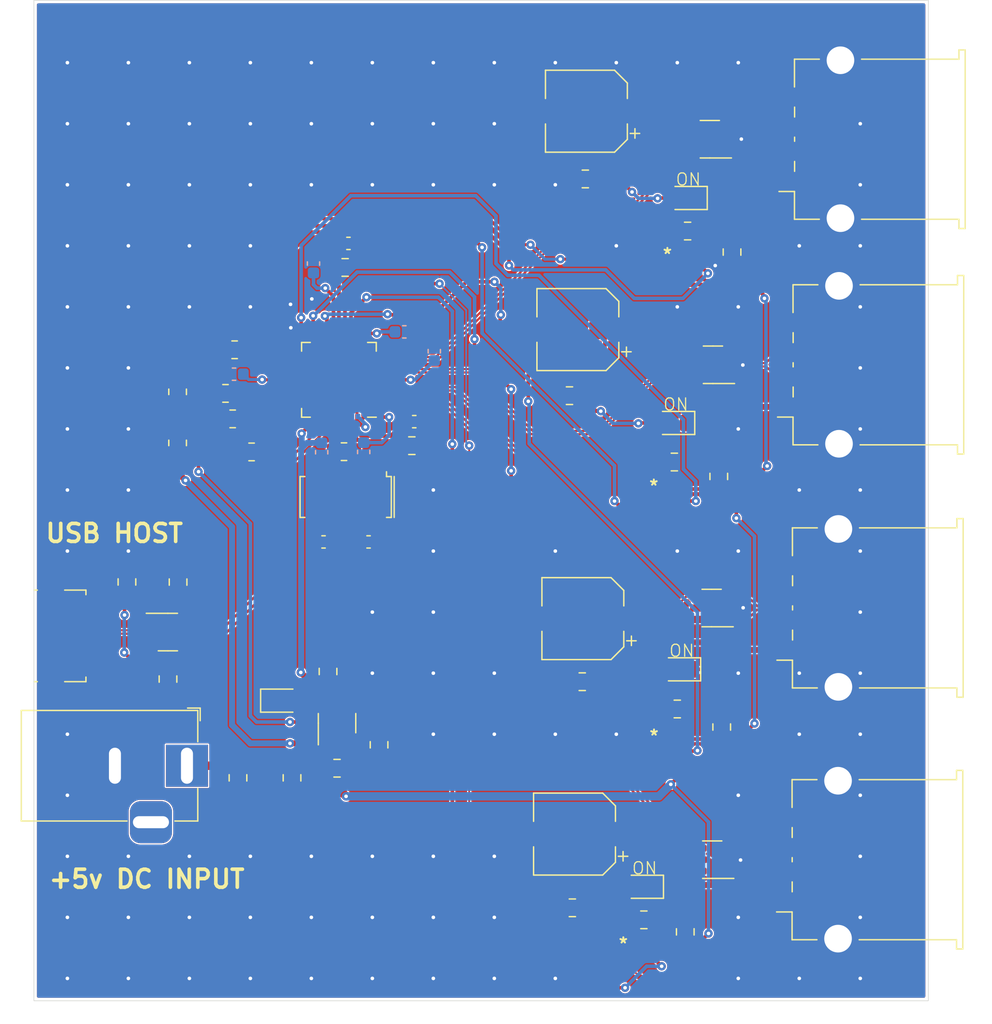
<source format=kicad_pcb>
(kicad_pcb (version 20221018) (generator pcbnew)
  (layers (0 "F.Cu" signal) (1 "In1.Cu" power) (2 "In2.Cu" power) (31 "B.Cu" signal) (34 "B.Paste" user) (35 "F.Paste" user) (36 "B.SilkS" user "B.Silkscreen") (37 "F.SilkS" user "F.Silkscreen") (38 "B.Mask" user) (39 "F.Mask" user) (44 "Edge.Cuts" user))
  (net 0 "")
  (net 1 "+5V")
  (net 2 "GND")
  (net 3 "/+5v_FILT")
  (net 4 "Net-(U1-BP)")
  (net 5 "/+3.3v")
  (net 6 "/USB_HUB_PLLFILT")
  (net 7 "/USB_HUB_XTALIN")
  (net 8 "/+5v PORT_4")
  (net 9 "/+5v PORT_3")
  (net 10 "/+5v PORT_2")
  (net 11 "/+5v PORT_1")
  (net 12 "/+5v PORT_1_FILT")
  (net 13 "/+5v PORT_2_FILT")
  (net 14 "/+5v PORT_3_FILT")
  (net 15 "/+5v PORT_4_FILT")
  (net 16 "/USB_HUB_XTALOUT")
  (net 17 "/+5v HOST")
  (net 18 "/+5v HOST FILT")
  (net 19 "/USB_HUB_CRFILT")
  (net 20 "Net-(D1-K)")
  (net 21 "Net-(D2-K)")
  (net 22 "Net-(D3-K)")
  (net 23 "Net-(D4-K)")
  (net 24 "Net-(D5-K)")
  (net 25 "/PORT1_D-")
  (net 26 "/PORT1_D+")
  (net 27 "/PORT3_D-")
  (net 28 "/PORT3_D+")
  (net 29 "/PORT2_D-")
  (net 30 "/PORT2_D+")
  (net 31 "/PORT4_D-")
  (net 32 "/PORT4_D+")
  (net 33 "/USB_HOST_D-")
  (net 34 "/USB_HOST_D+")
  (net 36 "/PORT4_ILIMIT")
  (net 37 "/PORT3_ILIMIT")
  (net 38 "/PORT2_ILIMIT")
  (net 39 "/PORT1_ILIMIT")
  (net 40 "/USB_HUB_SCL")
  (net 41 "/USB_HUB_SDA")
  (net 42 "/USB_HUB_SUSP_IND")
  (net 43 "/USB_HUB_HS_IND")
  (net 44 "/VBUS_DET")
  (net 45 "/USB_HUB_RBIAS")
  (net 46 "/USB_HUB_OCS1")
  (net 47 "/USB_HUB_OCS2")
  (net 48 "/USB_HUB_OCS3")
  (net 49 "/USB_HUB_OCS4")
  (net 50 "/USB_HUB1_D-")
  (net 51 "/USB_HUB1_D+")
  (net 52 "/USB_HUB2_D-")
  (net 53 "/USB_HUB2_D+")
  (net 54 "/USB_HUB3_D-")
  (net 55 "/USB_HUB3_D+")
  (net 56 "/USB_HUB4_D-")
  (net 57 "/USB_HUB4_D+")
  (net 58 "/USB_HUB_PRW1")
  (net 59 "/USB_HUB_PRW2")
  (net 60 "/USB_HUB_PRW3")
  (net 61 "/USB_HUB_PRW4")
  (net 62 "/USB_HOST_HUB_D+")
  (net 63 "/USB_HOST_HUB_D-")
  (footprint "Capacitor_SMD:C_0805_2012Metric" (layer "F.Cu") (at 116.5961 124.67)
    (fp_text reference "C14" hide)
    (fp_text value "2u2")
  )
  (footprint "Capacitor_SMD:C_0603_1608Metric" (layer "F.Cu") (at 87.376 131.318 180)
    (fp_text reference "C25" hide)
    (fp_text value "10p")
  )
  (footprint "Resistor_SMD:R_0805_2012Metric" (layer "F.Cu") (at 75.22 118.83 90)
    (fp_text reference "R16" hide)
    (fp_text value "100k")
  )
  (footprint "Resistor_SMD:R_0805_2012Metric" (layer "F.Cu") (at 79.21 118.96)
    (fp_text reference "R11" hide)
    (fp_text value "100k")
  )
  (footprint "Capacitor_SMD:C_0805_2012Metric" (layer "F.Cu") (at 88.5 150.15)
    (fp_text reference "C3" hide)
    (fp_text value "2u2")
  )
  (footprint "Package_TO_SOT_SMD:SOT-23-5" (layer "F.Cu") (at 88.5 146.4 90)
    (fp_text reference "U1" hide)
    (fp_text value "SPX3819M5-L-3-3")
  )
  (footprint "Resistor_SMD:R_0805_2012Metric" (layer "F.Cu") (at 81.3825 123.83 180)
    (fp_text reference "R13" hide)
    (fp_text value "100k")
  )
  (footprint "Inductor_SMD:L_0201_0603Metric" (layer "F.Cu") (at 112.06 100.865 90)
    (fp_text reference "FB6" hide)
    (fp_text value "120R 3A")
  )
  (footprint "Capacitor_SMD:C_0805_2012Metric" (layer "F.Cu") (at 87.75 142.1 90)
    (fp_text reference "C5" hide)
    (fp_text value "2u2")
  )
  (footprint "Capacitor_SMD:C_0805_2012Metric" (layer "F.Cu") (at 74.42 142.73 -90)
    (fp_text reference "C28" hide)
    (fp_text value "100n")
  )
  (footprint "Capacitor_SMD:C_0805_2012Metric" (layer "F.Cu") (at 75.26 134.66 90)
    (fp_text reference "C27" hide)
    (fp_text value "2u2")
  )
  (footprint "mis_footprints:MIC2099-1YMT" (layer "F.Cu") (at 116.5461 127.42)
    (fp_text reference "U4" hide)
    (fp_text value "~")
  )
  (footprint "Connector_USB:USB_A_TE_292303-7_Horizontal" (layer "F.Cu") (at 132.93 157.76 90)
    (fp_text reference "J2" hide)
    (fp_text value "USB_A")
  )
  (footprint "Capacitor_SMD:C_0603_1608Metric" (layer "F.Cu") (at 89.45 106.48)
    (fp_text reference "C29" hide)
    (fp_text value "10n")
  )
  (footprint "Capacitor_SMD:C_0805_2012Metric" (layer "F.Cu") (at 108.925 142.95 180)
    (fp_text reference "C18" hide)
    (fp_text value "2u2")
  )
  (footprint "Capacitor_SMD:C_0805_2012Metric" (layer "F.Cu") (at 107.86 119.15 180)
    (fp_text reference "C19" hide)
    (fp_text value "2u2")
  )
  (footprint "LED_SMD:LED_0805_2012Metric" (layer "F.Cu") (at 117.65 102.7 180)
    (fp_text reference "D2" hide)
    (fp_text value "GREEN LED")
  )
  (footprint "Resistor_SMD:R_0201_0603Metric" (layer "F.Cu") (at 116.5461 129.67 180)
    (fp_text reference "R20" hide)
    (fp_text value "DNP_12K")
  )
  (footprint "Crystal:Resonator_SMD-3Pin_7.2x3.0mm" (layer "F.Cu") (at 89.22 127.58 180)
    (fp_text reference "Y1" hide)
    (fp_text value "24MHz")
  )
  (footprint "Capacitor_SMD:C_0805_2012Metric" (layer "F.Cu") (at 117.7 105.45)
    (fp_text reference "C13" hide)
    (fp_text value "2u2")
  )
  (footprint "LED_SMD:LED_0805_2012Metric" (layer "F.Cu") (at 117.1025 141.92 180)
    (fp_text reference "D4" hide)
    (fp_text value "GREEN LED")
  )
  (footprint "Resistor_SMD:R_0201_0603Metric" (layer "F.Cu") (at 117.745 109.9 180)
    (fp_text reference "R21" hide)
    (fp_text value "DNP_12K")
  )
  (footprint "Capacitor_SMD:C_0805_2012Metric" (layer "F.Cu") (at 92 148.2 -90)
    (fp_text reference "C4" hide)
    (fp_text value "100n")
  )
  (footprint "Package_DFN_QFN:QFN-36-1EP_6x6mm_P0.5mm_EP3.7x3.7mm" (layer "F.Cu") (at 88.6575 117.83 180)
    (fp_text reference "U2" hide)
    (fp_text value "USB2514B_Bi" hide)
  )
  (footprint "Capacitor_SMD:CP_Elec_6.3x3.9" (layer "F.Cu") (at 108.56 113.65 180)
    (fp_text reference "C23" hide)
    (fp_text value "100u")
  )
  (footprint "Capacitor_SMD:C_0805_2012Metric" (layer "F.Cu") (at 89.175 108.48)
    (fp_text reference "C30" hide)
    (fp_text value "100n")
  )
  (footprint "Resistor_SMD:R_0201_0603Metric" (layer "F.Cu") (at 113.885 148.22 180)
    (fp_text reference "R4" hide)
    (fp_text value "330")
  )
  (footprint "Capacitor_SMD:C_0805_2012Metric" (layer "F.Cu") (at 120.54 146.72 90)
    (fp_text reference "C11" hide)
    (fp_text value "2u2")
  )
  (footprint "Capacitor_SMD:C_0805_2012Metric" (layer "F.Cu") (at 117.505 163.765 90)
    (fp_text reference "C12" hide)
    (fp_text value "2u2")
  )
  (footprint "Connector_USB:USB_A_TE_292303-7_Horizontal" (layer "F.Cu") (at 133.13 97.81 90)
    (fp_text reference "J5" hide)
    (fp_text value "USB_A")
  )
  (footprint "Resistor_SMD:R_0201_0603Metric" (layer "F.Cu") (at 110.755 165.515 180)
    (fp_text reference "R5" hide)
    (fp_text value "330")
  )
  (footprint "Resistor_SMD:R_0201_0603Metric" (layer "F.Cu") (at 119.885 143.315 -90)
    (fp_text reference "R8" hide)
    (fp_text value "330")
  )
  (footprint "Capacitor_SMD:C_0805_2012Metric" (layer "F.Cu") (at 108.1 161.765 180)
    (fp_text reference "C17" hide)
    (fp_text value "2u2")
  )
  (footprint "Inductor_SMD:L_0201_0603Metric" (layer "F.Cu") (at 82.5 150)
    (fp_text reference "FB1" hide)
    (fp_text value "3A")
  )
  (footprint "Capacitor_SMD:C_0805_2012Metric" (layer "F.Cu") (at 120.2961 125.87 90)
    (fp_text reference "C10" hide)
    (fp_text value "2u2")
  )
  (footprint "mis_footprints:MIC2099-1YMT" (layer "F.Cu") (at 116.5661 148.220001)
    (fp_text reference "U5" hide)
    (fp_text value "~")
  )
  (footprint "Package_TO_SOT_SMD:SOT-23-6" (layer "F.Cu") (at 119.7 136.82 180)
    (fp_text reference "U10" hide)
    (fp_text value "USBLC6-2SC6")
  )
  (footprint "Capacitor_SMD:C_0805_2012Metric" (layer "F.Cu") (at 71 134.65 90)
    (fp_text reference "C26" hide)
    (fp_text value "2u2")
  )
  (footprint "LED_SMD:LED_0805_2012Metric" (layer "F.Cu") (at 116.6086 121.42 180)
    (fp_text reference "D3" hide)
    (fp_text value "GREEN LED")
  )
  (footprint "mis_footprints:MIC2099-1YMT" (layer "F.Cu") (at 114.005 165.515)
    (fp_text reference "U6" hide)
    (fp_text value "~")
  )
  (footprint "Resistor_SMD:R_0201_0603Metric" (layer "F.Cu") (at 120.65 103.545 -90)
    (fp_text reference "R6" hide)
    (fp_text value "330")
  )
  (footprint "Resistor_SMD:R_0201_0603Metric" (layer "F.Cu") (at 119.58 122.205 -90)
    (fp_text reference "R7" hide)
    (fp_text value "330")
  )
  (footprint "Resistor_SMD:R_0805_2012Metric" (layer "F.Cu") (at 89.08 123.81 180)
    (fp_text reference "R10" hide)
    (fp_text value "1M_DNP")
  )
  (footprint "Resistor_SMD:R_0201_0603Metric" (layer "F.Cu") (at 116.47 150.22 180)
    (fp_text reference "R19" hide)
    (fp_text value "DNP_12K")
  )
  (footprint "Capacitor_SMD:C_0805_2012Metric" (layer "F.Cu") (at 109.18 101.115 180)
    (fp_text reference "C20" hide)
    (fp_text value "2u2")
  )
  (footprint "LED_SMD:LED_0805_2012Metric" (layer "F.Cu") (at 83.82 144.526)
    (fp_text reference "D1" hide)
    (fp_text value "GREEN LED")
  )
  (footprint "Package_TO_SOT_SMD:SOT-23-6" (layer "F.Cu") (at 119.81 116.58 180)
    (fp_text reference "U9" hide)
    (fp_text value "USBLC6-2SC6")
  )
  (footprint "Package_TO_SOT_SMD:SOT-23-6" (layer "F.Cu") (at 74.41 138.82)
    (fp_text reference "U7" hide)
    (fp_text value "USBLC6-2SC6")
  )
  (footprint "mis_footprints:MIC2099-1YMT" (layer "F.Cu") (at 117.6761 108.15)
    (fp_text reference "U3" hide)
    (fp_text value "~")
  )
  (footprint "Inductor_SMD:L_0201_0603Metric" (layer "F.Cu") (at 73.09 135.6)
    (fp_text reference "FB4" hide)
    (fp_text value "3A")
  )
  (footprint "Resistor_SMD:R_0201_0603Metric" (layer "F.Cu") (at 114.925 108.15 180)
    (fp_text reference "R2" hide)
    (fp_text value "330")
  )
  (footprint "Capacitor_SMD:C_0603_1608Metric" (layer "F.Cu") (at 94.93 121.31)
    (fp_text reference "C6" hide)
    (fp_text value "10n")
  )
  (footprint "Inductor_SMD:L_0201_0603Metric" (layer "F.Cu") (at 112.09 142.525 90)
    (fp_text reference "FB3" hide)
    (fp_text value "120R 3A")
  )
  (footprint "Package_TO_SOT_SMD:SOT-23-6" (layer "F.Cu") (at 119.55 97.81 180)
    (fp_text reference "U11" hide)
    (fp_text value "USBLC6-2SC6")
  )
  (footprint "Connector_USB:USB_A_TE_292303-7_Horizontal" (layer "F.Cu") (at 133.01 116.58 90)
    (fp_text reference "J3" hide)
    (fp_text value "USB_A")
  )
  (footprint "Package_TO_SOT_SMD:SOT-23-6" (layer "F.Cu") (at 119.75 157.76 180)
    (fp_text reference "U8" hide)
    (fp_text value "USBLC6-2SC6")
  )
  (footprint "Resistor_SMD:R_0805_2012Metric" (layer "F.Cu") (at 75.22 123.08 90)
    (fp_text reference "R15" hide)
    (fp_text value "100k")
  )
  (footprint "Capacitor_SMD:CP_Elec_6.3x3.9" (layer "F.Cu") (at 108.28 155.63 180)
    (fp_text reference "C21" hide)
    (fp_text value "100u")
  )
  (footprint "Resistor_SMD:R_0201_0603Metric" (layer "F.Cu") (at 114.03 167.515 180)
    (fp_text reference "R18" hide)
    (fp_text value "DNP_12K")
  )
  (footprint "Resistor_SMD:R_0201_0603Metric" (layer "F.Cu") (at 113.64 127.31 180)
    (fp_text reference "R3" hide)
    (fp_text value "330")
  )
  (footprint "Capacitor_SMD:CP_Elec_6.3x3.9" (layer "F.Cu") (at 109.27 95.48 180)
    (fp_text reference "C24" hide)
    (fp_text value "100u")
  )
  (footprint "Connector_BarrelJack:BarrelJack_Horizontal" (layer "F.Cu") (at 76 149.9425)
    (fp_text reference "J1" hide)
    (fp_text value "Jack-DC")
  )
  (footprint "Resistor_SMD:R_0805_2012Metric" (layer "F.Cu") (at 79.8075 121.08)
    (fp_text reference "R14" hide)
    (fp_text value "100k")
  )
  (footprint "Connector_USB:USB_Micro-B_Molex_47346-0001" (layer "F.Cu") (at 65.875 139.1375 -90)
    (fp_text reference "J6" hide)
    (fp_text value "USB_B_Micro")
  )
  (footprint "Capacitor_SMD:C_0805_2012Metric" (layer "F.Cu") (at 114.055 162.765)
    (fp_text reference "C16" hide)
    (fp_text value "2u2")
  )
  (footprint "Resistor_SMD:R_0201_0603Metric" (layer "F.Cu") (at 116.85 160.765 -90)
    (fp_text reference "R9" hide)
    (fp_text value "330")
  )
  (footprint "Capacitor_SMD:C_0805_2012Metric" (layer "F.Cu") (at 94.73 123.31)
    (fp_text reference "C7" hide)
    (fp_text value "100n")
  )
  (footprint "Capacitor_SMD:C_0805_2012Metric" (layer "F.Cu") (at 116.84 145.22)
    (fp_text reference "C15" hide)
    (fp_text value "2u2")
  )
  (footprint "Capacitor_SMD:C_0805_2012Metric" (layer "F.Cu") (at 121.4 107.2 90)
    (fp_text reference "C9" hide)
    (fp_text value "2u2")
  )
  (footprint "Resistor_SMD:R_0805_2012Metric" (layer "F.Cu") (at 79.97 115.33)
    (fp_text reference "R12" hide)
    (fp_text value "100k")
  )
  (footprint "Capacitor_SMD:CP_Elec_6.3x3.9" (layer "F.Cu") (at 108.975 137.7 180)
    (fp_text reference "C22" hide)
    (fp_text value "100u")
  )
  (footprint "Connector_USB:USB_A_TE_292303-7_Horizontal" (layer "F.Cu") (at 132.96 136.81 90)
    (fp_text reference "J4" hide)
    (fp_text value "USB_A")
  )
  (footprint "Resistor_SMD:R_0201_0603Metric" (layer "F.Cu") (at 82.804 142.494 90)
    (fp_text reference "R1" hide)
    (fp_text value "330")
  )
  (footprint "Capacitor_SMD:C_0805_2012Metric" (layer "F.Cu") (at 80.25 150.95 -90)
    (fp_text reference "C1" hide)
    (fp_text value "2u2")
  )
  (footprint "Inductor_SMD:L_0201_0603Metric" (layer "F.Cu") (at 110.81 118.305 90)
    (fp_text reference "FB5" hide)
    (fp_text value "120R 3A")
  )
  (footprint "LED_SMD:LED_0805_2012Metric" (layer "F.Cu") (at 114.005 160.015 180)
    (fp_text reference "D5" hide)
    (fp_text value "GREEN LED")
  )
  (footprint "Capacitor_SMD:C_0805_2012Metric" (layer "F.Cu") (at 84.75 150.95 -90)
    (fp_text reference "C2" hide)
    (fp_text value "2u2")
  )
  (footprint "Capacitor_SMD:C_0603_1608Metric" (layer "F.Cu") (at 91.126 131.318 180)
    (fp_text reference "C8" hide)
    (fp_text value "10p")
  )
  (footprint "Inductor_SMD:L_0201_0603Metric" (layer "F.Cu") (at 111.35 161.265 90)
    (fp_text reference "FB2" hide)
    (fp_text value "120R 3A")
  )
  (footprint "Resistor_SMD:R_0201_0603Metric" (layer "B.Cu") (at 90.24 120.56 90)
    (fp_text reference "R17" hide)
    (fp_text value "12k")
  )
  (footprint "Capacitor_SMD:C_0603_1608Metric" (layer "B.Cu") (at 86.54 108.155 -90)
    (fp_text reference "C35" hide)
    (fp_text value "100n" hide)
  )
  (footprint "Capacitor_SMD:C_0603_1608Metric" (layer "B.Cu") (at 90.72 123.83 90)
    (fp_text reference "C34" hide)
    (fp_text value "100n")
  )
  (footprint "Capacitor_SMD:C_0603_1608Metric" (layer "B.Cu") (at 79.92 117.36)
    (fp_text reference "C36" hide)
    (fp_text value "100n" hide)
  )
  (footprint "Capacitor_SMD:C_0603_1608Metric" (layer "B.Cu") (at 96.6 115.45 -90)
    (fp_text reference "C31" hide)
    (fp_text value "100n" hide)
  )
  (footprint "Capacitor_SMD:C_0603_1608Metric" (layer "B.Cu") (at 94.105 113.84 180)
    (fp_text reference "C32" hide)
    (fp_text value "100n" hide)
  )
  (footprint "Capacitor_SMD:C_0603_1608Metric" (layer "B.Cu") (at 87.22 123.855 90)
    (fp_text reference "C33" hide)
    (fp_text value "100n")
  )
  (gr_rect (start 63.25 86.25) (end 137.75 169.5) (stroke (width 0.05)) (fill none) (layer "Edge.Cuts"))
  (gr_text "USB HOST" (at 64.075 131.475) (layer "F.SilkS") (effects (font (size 1.5 1.5) (thickness 0.3) bold) (justify left bottom)))
  (gr_text "ON" (at 116.1025 140.96) (layer "F.SilkS") (effects (font (size 1 1) (thickness 0.1)) (justify left bottom)))
  (gr_text "ON" (at 115.6086 120.46) (layer "F.SilkS") (effects (font (size 1 1) (thickness 0.1)) (justify left bottom)))
  (gr_text "ON" (at 116.65 101.74) (layer "F.SilkS") (effects (font (size 1 1) (thickness 0.1)) (justify left bottom)))
  (gr_text "ON" (at 113.005 159.055) (layer "F.SilkS") (effects (font (size 1 1) (thickness 0.1)) (justify left bottom)))
  (gr_text "+5v DC INPUT" (at 64.35 160.25) (layer "F.SilkS") (effects (font (size 1.5 1.5) (thickness 0.3) bold) (justify left bottom)))
  (segment (start 80.25 150) (end 82.18 150) (width 0.3) (layer "F.Cu") (net 1))
  (segment (start 76 149.9425) (end 80.1925 149.9425) (width 0.7) (layer "F.Cu") (net 1))
  (segment (start 80.1925 149.9425) (end 80.25 150) (width 0.7) (layer "F.Cu") (net 1))
  (segment (start 120.8875 157.76) (end 122.08 157.76) (width 0.3) (layer "F.Cu") (net 2))
  (segment (start 70.22 143.68) (end 70 143.9) (width 0.7) (layer "F.Cu") (net 2))
  (segment (start 67.25 141.625) (end 65.5625 141.625) (width 0.7) (layer "F.Cu") (net 2))
  (segment (start 122.08 157.76) (end 122.11 157.79) (width 0.3) (layer "F.Cu") (net 2))
  (segment (start 65.5625 141.625) (end 64.675 142.5125) (width 0.7) (layer "F.Cu") (net 2))
  (segment (start 64.675 140.6875) (end 64.675 142.5125) (width 0.7) (layer "F.Cu") (net 2))
  (segment (start 64.675 137.9875) (end 64.675 135.7625) (width 0.7) (layer "F.Cu") (net 2))
  (segment (start 75.25 133.7) (end 75.26 133.71) (width 0.7) (layer "F.Cu") (net 2))
  (segment (start 70 143.9) (end 70 149.9425) (width 0.7) (layer "F.Cu") (net 2))
  (segment (start 67.25 136.4) (end 66.6 135.75) (width 0.7) (layer "F.Cu") (net 2))
  (segment (start 67.25 136.65) (end 67.25 135.07) (width 0.7) (layer "F.Cu") (net 2))
  (segment (start 66.5875 135.7625) (end 64.675 135.7625) (width 0.7) (layer "F.Cu") (net 2))
  (segment (start 67.25 136.65) (end 67.25 136.4) (width 0.7) (layer "F.Cu") (net 2))
  (segment (start 68.165 141.625) (end 70.22 143.68) (width 0.7) (layer "F.Cu") (net 2))
  (segment (start 66.6 135.75) (end 66.5875 135.7625) (width 0.7) (layer "F.Cu") (net 2))
  (segment (start 67.25 141.625) (end 68.165 141.625) (width 0.7) (layer "F.Cu") (net 2))
  (segment (start 68.62 133.7) (end 71 133.7) (width 0.7) (layer "F.Cu") (net 2))
  (segment (start 71 133.7) (end 75.25 133.7) (width 0.7) (layer "F.Cu") (net 2))
  (segment (start 64.675 137.9875) (end 64.675 140.6875) (width 0.7) (layer "F.Cu") (net 2))
  (segment (start 70.22 143.68) (end 74.42 143.68) (width 0.7) (layer "F.Cu") (net 2))
  (segment (start 67.25 135.07) (end 68.62 133.7) (width 0.7) (layer "F.Cu") (net 2))
  (via (at 66.04 132.08) (size 0.7) (drill 0.3) (layers "F.Cu" "B.Cu") (net 2))
  (via (at 96.52 96.52) (size 0.7) (drill 0.3) (layers "F.Cu" "B.Cu") (net 2))
  (via (at 127 106.68) (size 0.7) (drill 0.3) (layers "F.Cu" "B.Cu") (net 2))
  (via (at 101.6 96.52) (size 0.7) (drill 0.3) (layers "F.Cu" "B.Cu") (net 2))
  (via (at 71.12 132.08) (size 0.7) (drill 0.3) (layers "F.Cu" "B.Cu") (net 2))
  (via (at 71.12 157.48) (size 0.7) (drill 0.3) (layers "F.Cu" "B.Cu") (net 2))
  (via (at 121.92 111.76) (size 0.7) (drill 0.3) (layers "F.Cu" "B.Cu") (net 2))
  (via (at 106.68 167.64) (size 0.7) (drill 0.3) (layers "F.Cu" "B.Cu") (net 2))
  (via (at 66.04 121.92) (size 0.7) (drill 0.3) (layers "F.Cu" "B.Cu") (net 2))
  (via (at 111.76 106.68) (size 0.7) (drill 0.3) (layers "F.Cu" "B.Cu") (net 2))
  (via (at 86.36 101.6) (size 0.7) (drill 0.3) (layers "F.Cu" "B.Cu") (net 2))
  (via (at 66.04 91.44) (size 0.7) (drill 0.3) (layers "F.Cu" "B.Cu") (net 2))
  (via (at 66.04 127) (size 0.7) (drill 0.3) (layers "F.Cu" "B.Cu") (net 2))
  (via (at 96.52 137.16) (size 0.7) (drill 0.3) (layers "F.Cu" "B.Cu") (net 2))
  (via (at 71.12 162.56) (size 0.7) (drill 0.3) (layers "F.Cu" "B.Cu") (net 2))
  (via (at 71.12 121.92) (size 0.7) (drill 0.3) (layers "F.Cu" "B.Cu") (net 2))
  (via (at 76.2 91.44) (size 0.7) (drill 0.3) (layers "F.Cu" "B.Cu") (net 2))
  (via (at 96.52 162.56) (size 0.7) (drill 0.3) (layers "F.Cu" "B.Cu") (net 2))
  (via (at 121.92 167.64) (size 0.7) (drill 0.3) (layers "F.Cu" "B.Cu") (net 2))
  (via (at 106.68 132.08) (size 0.7) (drill 0.3) (layers "F.Cu" "B.Cu") (net 2))
  (via (at 91.44 137.16) (size 0.7) (drill 0.3) (layers "F.Cu" "B.Cu") (net 2))
  (via (at 91.44 101.6) (size 0.7) (drill 0.3) (layers "F.Cu" "B.Cu") (net 2))
  (via (at 132.08 127) (size 0.7) (drill 0.3) (layers "F.Cu" "B.Cu") (net 2))
  (via (at 111.76 91.44) (size 0.7) (drill 0.3) (layers "F.Cu" "B.Cu") (net 2))
  (via (at 101.6 91.44) (size 0.7) (drill 0.3) (layers "F.Cu" "B.Cu") (net 2))
  (via (at 91.44 157.48) (size 0.7) (drill 0.3) (layers "F.Cu" "B.Cu") (net 2))
  (via (at 71.12 116.84) (size 0.7) (drill 0.3) (layers "F.Cu" "B.Cu") (net 2))
  (via (at 132.08 121.92) (size 0.7) (drill 0.3) (layers "F.Cu" "B.Cu") (net 2))
  (via (at 122.175 97.8) (size 0.7) (drill 0.3) (layers "F.Cu" "B.Cu") (net 2))
  (via (at 127 147.32) (size 0.7) (drill 0.3) (layers "F.Cu" "B.Cu") (net 2))
  (via (at 71.12 127) (size 0.7) (drill 0.3) (layers "F.Cu" "B.Cu") (net 2))
  (via (at 86.36 157.48) (size 0.7) (drill 0.3) (layers "F.Cu" "B.Cu") (net 2))
  (via (at 96.52 132.08) (size 0.7) (drill 0.3) (layers "F.Cu" "B.Cu") (net 2))
  (via (at 122.11 157.79) (size 0.7) (drill 0.3) (layers "F.Cu" "B.Cu") (net 2))
  (via (at 81.28 106.68) (size 0.7) (drill 0.3) (layers "F.Cu" "B.Cu") (net 2))
  (via (at 132.08 132.08) (size 0.7) (drill 0.3) (layers "F.Cu" "B.Cu") (net 2))
  (via (at 84.625 111.55) (size 0.7) (drill 0.3) (layers "F.Cu" "B.Cu") (net 2))
  (via (at 91.44 96.52) (size 0.7) (drill 0.3) (layers "F.Cu" "B.Cu") (net 2))
  (via (at 132.08 142.24) (size 0.7) (drill 0.3) (layers "F.Cu" "B.Cu") (net 2))
  (via (at 116.84 91.44) (size 0.7) (drill 0.3) (layers "F.Cu" "B.Cu") (net 2))
  (via (at 121.92 91.44) (size 0.7) (drill 0.3) (layers "F.Cu" "B.Cu") (net 2))
  (via (at 132.08 152.4) (size 0.7) (drill 0.3) (layers "F.Cu" "B.Cu") (net 2))
  (via (at 86.4 111.1) (size 0.7) (drill 0.3) (layers "F.Cu" "B.Cu") (net 2))
  (via (at 116.84 111.76) (size 0.7) (drill 0.3) (layers "F.Cu" "B.Cu") (net 2))
  (via (at 76.2 96.52) (size 0.7) (drill 0.3) (layers "F.Cu" "B.Cu") (net 2))
  (via (at 81.28 162.56) (size 0.7) (drill 0.3) (layers "F.Cu" "B.Cu") (net 2))
  (via (at 127 127) (size 0.7) (drill 0.3) (layers "F.Cu" "B.Cu") (net 2))
  (via (at 101.6 147.32) (size 0.7) (drill 0.3) (layers "F.Cu" "B.Cu") (net 2))
  (via (at 66.04 96.52) (size 0.7) (drill 0.3) (layers "F.Cu" "B.Cu") (net 2))
  (via (at 106.68 91.44) (size 0.7) (drill 0.3) (layers "F.Cu" "B.Cu") (net 2))
  (via (at 84.65 113.5) (size 0.7) (drill 0.3) (layers "F.Cu" "B.Cu") (net 2))
  (via (at 76.2 111.76) (size 0.7) (drill 0.3) (layers "F.Cu" "B.Cu") (net 2))
  (via (at 86.36 162.56) (size 0.7) (drill 0.3) (layers "F.Cu" "B.Cu") (net 2))
  (via (at 132.08 137.16) (size 0.7) (drill 0.3) (layers "F.Cu" "B.Cu") (net 2))
  (via (at 101.6 167.64) (size 0.7) (drill 0.3) (layers "F.Cu" "B.Cu") (net 2))
  (via (at 76.2 101.6) (size 0.7) (drill 0.3) (layers "F.Cu" "B.Cu") (net 2))
  (via (at 96.52 167.64) (size 0.7) (drill 0.3) (layers "F.Cu" "B.Cu") (net 2))
  (via (at 132.08 157.48) (size 0.7) (drill 0.3) (layers "F.Cu" "B.Cu") (net 2))
  (via (at 81.28 91.44) (size 0.7) (drill 0.3) (layers "F.Cu" "B.Cu") (net 2))
  (via (at 96.52 157.48) (size 0.7) (drill 0.3) (layers "F.Cu" "B.Cu") (net 2))
  (via (at 132.08 162.56) (size 0.7) (drill 0.3) (layers "F.Cu" "B.Cu") (net 2))
  (via (at 91.44 167.64) (size 0.7) (drill 0.3) (layers "F.Cu" "B.Cu") (net 2))
  (via (at 71.12 96.52) (size 0.7) (drill 0.3) (layers "F.Cu" "B.Cu") (net 2))
  (via (at 132.08 96.52) (size 0.7) (drill 0.3) (layers "F.Cu" "B.Cu") (net 2))
  (via (at 121.92 152.4) (size 0.7) (drill 0.3) (layers "F.Cu" "B.Cu") (net 2))
  (via (at 91.44 91.44) (size 0.7) (drill 0.3) (layers "F.Cu" "B.Cu") (net 2))
  (via (at 66.04 101.6) (size 0.7) (drill 0.3) (layers "F.Cu" "B.Cu") (net 2))
  (via (at 96.52 147.32) (size 0.7) (drill 0.3) (layers "F.Cu" "B.Cu") (net 2))
  (via (at 132.08 167.64) (size 0.7) (drill 0.3) (layers "F.Cu" "B.Cu") (net 2))
  (via (at 101.6 142.24) (size 0.7) (drill 0.3) (layers "F.Cu" "B.Cu") (net 2))
  (via (at 81.28 167.64) (size 0.7) (drill 0.3) (layers "F.Cu" "B.Cu") (net 2))
  (via (at 96.52 101.6) (size 0.7) (drill 0.3) (layers "F.Cu" "B.Cu") (net 2))
  (via (at 121.92 132.08) (size 0.7) (drill 0.3) (layers "F.Cu" "B.Cu") (net 2))
  (via (at 91.44 162.56) (size 0.7) (drill 0.3) (layers "F.Cu" "B.Cu") (net 2))
  (via (at 66.04 152.4) (size 0.7) (drill 0.3) (layers "F.Cu" "B.Cu") (net 2))
  (via (at 101.6 162.56) (size 0.7) (drill 0.3) (layers "F.Cu" "B.Cu") (net 2))
  (via (at 121.92 121.92) (size 0.7) (drill 0.3) (layers "F.Cu" "B.Cu") (net 2))
  (via (at 132.08 106.68) (size 0.7) (drill 0.3) (layers "F.Cu" "B.Cu") (net 2))
  (via (at 111.76 147.32) (size 0.7) (drill 0.3) (layers "F.Cu" "B.Cu") (net 2))
  (via (at 122.3 116.6) (size 0.7) (drill 0.3) (layers "F.Cu" "B.Cu") (net 2))
  (via (at 132.08 101.6) (size 0.7) (drill 0.3) (layers "F.Cu" "B.Cu") (net 2))
  (via (at 96.52 127) (size 0.7) (drill 0.3) (layers "F.Cu" "B.Cu") (net 2))
  (via (at 91.44 142.24) (size 0.7) (drill 0.3) (layers "F.Cu" "B.Cu") (net 2))
  (via (at 71.12 106.68) (size 0.7) (drill 0.3) (layers "F.Cu" "B.Cu") (net 2))
  (via (at 66.04 167.64) (size 0.7) (drill 0.3) (layers "F.Cu" "B.Cu") (net 2))
  (via (at 66.04 162.56) (size 0.7) (drill 0.3) (layers "F.Cu" "B.Cu") (net 2))
  (via (at 81.28 111.76) (size 0.7) (drill 0.3) (layers "F.Cu" "B.Cu") (net 2))
  (via (at 127 142.24) (size 0.7) (drill 0.3) (layers "F.Cu" "B.Cu") (net 2))
  (via (at 71.12 111.76) (size 0.7) (drill 0.3) (layers "F.Cu" "B.Cu") (net 2))
  (via (at 132.08 111.76) (size 0.7) (drill 0.3) (layers "F.Cu" "B.Cu") (net 2))
  (via (at 76.2 167.64) (size 0.7) (drill 0.3) (layers "F.Cu" "B.Cu") (net 2))
  (via (at 101.6 101.6) (size 0.7) (drill 0.3) (layers "F.Cu" "B.Cu") (net 2))
  (via (at 66.04 147.32) (size 0.7) (drill 0.3) (layers "F.Cu" "B.Cu") (net 2))
  (via (at 81.28 96.52) (size 0.7) (drill 0.3) (layers "F.Cu" "B.Cu") (net 2))
  (via (at 76.2 157.48) (size 0.7) (drill 0.3) (layers "F.Cu" "B.Cu") (net 2))
  (via (at 86.36 96.52) (size 0.7) (drill 0.3) (layers "F.Cu" "B.Cu") (net 2))
  (via (at 121.92 162.56) (size 0.7) (drill 0.3) (layers "F.Cu" "B.Cu") (net 2))
  (via (at 116.84 132.08) (size 0.7) (drill 0.3) (layers "F.Cu" "B.Cu") (net 2))
  (via (at 66.04 111.76) (size 0.7) (drill 0.3) (layers "F.Cu" "B.Cu") (net 2))
  (via (at 101.6 157.48) (size 0.7) (drill 0.3) (layers "F.Cu" "B.Cu") (net 2))
  (via (at 127 167.64) (size 0.7) (drill 0.3) (layers "F.Cu" "B.Cu") (net 2))
  (via (at 122.325 136.8) (size 0.7) (drill 0.3) (layers "F.Cu" "B.Cu") (net 2))
  (via (at 71.12 167.64) (size 0.7) (drill 0.3) (layers "F.Cu" "B.Cu") (net 2))
  (via (at 71.12 91.44) (size 0.7) (drill 0.3) (layers "F.Cu" "B.Cu") (net 2))
  (via (at 66.04 106.68) (size 0.7) (drill 0.3) (layers "F.Cu" "B.Cu") (net 2))
  (via (at 76.2 162.56) (size 0.7) (drill 0.3) (layers "F.Cu" "B.Cu") (net 2))
  (via (at 106.68 101.6) (size 0.7) (drill 0.3) (layers "F.Cu" "B.Cu") (net 2))
  (via (at 81.28 101.6) (size 0.7) (drill 0.3) (layers "F.Cu" "B.Cu") (net 2))
  (via (at 106.68 147.32) (size 0.7) (drill 0.3) (layers "F.Cu" "B.Cu") (net 2))
  (via (at 71.12 101.6) (size 0.7) (drill 0.3) (layers "F.Cu" "B.Cu") (net 2))
  (via (at 96.52 142.24) (size 0.7) (drill 0.3) (layers "F.Cu" "B.Cu") (net 2))
  (via (at 96.52 91.44) (size 0.7) (drill 0.3) (layers "F.Cu" "B.Cu") (net 2))
  (via (at 120 108.325) (size 0.7) (drill 0.3) (layers "F.Cu" "B.Cu") (net 2))
  (via (at 76.2 106.68) (size 0.7) (drill 0.3) (layers "F.Cu" "B.Cu") (net 2))
  (via (at 66.04 157.48) (size 0.7) (drill 0.3) (layers "F.Cu" "B.Cu") (net 2))
  (via (at 86.36 91.44) (size 0.7) (drill 0.3) (layers "F.Cu" "B.Cu") (net 2))
  (via (at 132.08 147.32) (size 0.7) (drill 0.3) (layers "F.Cu" "B.Cu") (net 2))
  (via (at 132.08 116.84) (size 0.7) (drill 0.3) (layers "F.Cu" "B.Cu") (net 2))
  (via (at 81.28 157.48) (size 0.7) (drill 0.3) (layers "F.Cu" "B.Cu") (net 2))
  (via (at 86.36 167.64) (size 0.7) (drill 0.3) (layers "F.Cu" "B.Cu") (net 2))
  (via (at 66.04 116.84) (size 0.7) (drill 0.3) (layers "F.Cu" "B.Cu") (net 2))
  (via (at 121.92 142.24) (size 0.7) (drill 0.3) (layers "F.Cu" "B.Cu") (net 2))
  (segment (start 119.14 150.22) (end 120.54 148.82) (width 0.3) (layer "F.Cu") (net 3))
  (segment (start 87.55 150.15) (end 87.55 150.79) (width 0.7) (layer "F.Cu") (net 3))
  (segment (start 87.55 150.15) (end 87.55 147.5375) (width 0.5) (layer "F.Cu") (net 3))
  (segment (start 116.79 150.22) (end 116.79 151) (width 0.3) (layer "F.Cu") (net 3))
  (segment (start 121.76 128.2839) (end 120.2961 126.82) (width 0.3) (layer "F.Cu") (net 3))
  (segment (start 75.22 123.9925) (end 75.22 125.54) (width 0.5) (layer "F.Cu") (net 3))
  (segment (start 116.79 151) (end 116.3 151.49) (width 0.3) (layer "F.Cu") (net 3))
  (segment (start 120.196099 126.920001) (end 120.2961 126.82) (width 0.3) (layer "F.Cu") (net 3))
  (segment (start 87.0055 148.082) (end 84.582 148.082) (width 0.5) (layer "F.Cu") (net 3))
  (segment (start 122.03 147.67) (end 123.27 146.43) (width 0.3) (layer "F.Cu") (net 3))
  (segment (start 122.505 126.82) (end 124.325 125) (width 0.3) (layer "F.Cu") (net 3))
  (segment (start 120.2961 127.7039) (end 120.2961 126.82) (width 0.3) (layer "F.Cu") (net 3))
  (segment (start 121.4 108.15) (end 120.925 108.15) (width 0.3) (layer "F.Cu") (net 3))
  (segment (start 82.82 150) (end 84.75 150) (width 0.3) (layer "F.Cu") (net 3))
  (segment (start 87.55 147.5375) (end 87.0055 148.082) (width 0.5) (layer "F.Cu") (net 3))
  (segment (start 117.505 164.715) (end 118.625 164.715) (width 0.3) (layer "F.Cu") (net 3))
  (segment (start 119.65 109.9) (end 121.4 108.15) (width 0.3) (layer "F.Cu") (net 3))
  (segment (start 116.8661 129.67) (end 118.33 129.67) (width 0.3) (layer "F.Cu") (net 3))
  (segment (start 121.76 129.34) (end 121.76 128.2839) (width 0.3) (layer "F.Cu") (net 3))
  (segment (start 114.35 167.515) (end 115.945 167.515) (width 0.3) (layer "F.Cu") (net 3))
  (segment (start 117.204999 165.015001) (end 117.505 164.715) (width 0.3) (layer "F.Cu") (net 3))
  (segment (start 115.945 167.515) (end 117.505 165.955) (width 0.3) (layer "F.Cu") (net 3))
  (segment (start 87.4 150) (end 87.55 150.15) (width 0.7) (layer "F.Cu") (net 3))
  (segment (start 117.27 126.920001) (end 120.196099 126.920001) (width 0.3) (layer "F.Cu") (net 3))
  (segment (start 121.4 108.15) (end 124.1 110.85) (width 0.3) (layer "F.Cu") (net 3))
  (segment (start 84.75 150) (end 87.4 150) (width 0.7) (layer "F.Cu") (net 3))
  (segment (start 120.489998 147.720002) (end 120.54 147.67) (width 0.3) (layer "F.Cu") (net 3))
  (segment (start 120.925 108.15) (end 120.425001 107.650001) (width 0.3) (layer "F.Cu") (net 3))
  (segment (start 120.425001 107.650001) (end 118.4 107.650001) (width 0.3) (layer "F.Cu") (net 3))
  (segment (start 118.625 164.715) (end 119.44 163.9) (width 0.3) (layer "F.Cu") (net 3))
  (segment (start 118.065 109.9) (end 119.65 109.9) (width 0.3) (layer "F.Cu") (net 3))
  (segment (start 114.7289 165.015001) (end 117.204999 165.015001) (width 0.3) (layer "F.Cu") (net 3))
  (segment (start 87.55 150.79) (end 89.25 152.49) (width 0.7) (layer "F.Cu") (net 3))
  (segment (start 124.1 110.85) (end 124.1 111.05) (width 0.3) (layer "F.Cu") (net 3))
  (segment (start 120.54 147.67) (end 122.03 147.67) (width 0.3) (layer "F.Cu") (net 3))
  (segment (start 117.29 147.720002) (end 120.489998 147.720002) (width 0.3) (layer "F.Cu") (net 3))
  (segment (start 120.54 148.82) (end 120.54 147.67) (width 0.3) (layer "F.Cu") (net 3))
  (segment (start 116.79 150.22) (end 119.14 150.22) (width 0.3) (layer "F.Cu") (net 3))
  (segment (start 75.22 125.54) (end 75.88 126.2) (width 0.5) (layer "F.Cu") (net 3))
  (segment (start 117.505 165.955) (end 117.505 164.715) (width 0.3) (layer "F.Cu") (net 3))
  (segment (start 118.33 129.67) (end 120.2961 127.7039) (width 0.3) (layer "F.Cu") (net 3))
  (segment (start 120.2961 126.82) (end 122.505 126.82) (width 0.3) (layer "F.Cu") (net 3))
  (via (at 119.44 163.9) (size 0.7) (drill 0.3) (layers "F.Cu" "B.Cu") (net 3))
  (via (at 124.325 125) (size 0.7) (drill 0.3) (layers "F.Cu" "B.Cu") (net 3))
  (via (at 123.27 146.43) (size 0.7) (drill 0.3) (layers "F.Cu" "B.Cu") (net 3))
  (via (at 89.25 152.49) (size 0.7) (drill 0.3) (layers "F.Cu" "B.Cu") (net 3))
  (via (at 75.88 126.2) (size 0.7) (drill 0.3) (layers "F.Cu" "B.Cu") (net 3))
  (via (at 121.76 129.34) (size 0.7) (drill 0.3) (layers "F.Cu" "B.Cu") (net 3))
  (via (at 116.3 151.49) (size 0.7) (drill 0.3) (layers "F.Cu" "B.Cu") (net 3))
  (via (at 84.582 148.082) (size 0.7) (drill 0.3) (layers "F.Cu" "B.Cu") (net 3))
  (via (at 124.1 111.05) (size 0.7) (drill 0.3) (layers "F.Cu" "B.Cu") (net 3))
  (segment (start 119.44 154.63) (end 116.3 151.49) (width 0.3) (layer "B.Cu") (net 3))
  (segment (start 124.1 111.05) (end 124.225 111.175) (width 0.3) (layer "B.Cu") (net 3))
  (segment (start 115.3 152.49) (end 116.3 151.49) (width 0.7) (layer "B.Cu") (net 3))
  (segment (start 124.225 124.9) (end 124.325 125) (width 0.3) (layer "B.Cu") (net 3))
  (segment (start 123.27 146.43) (end 123.27 130.85) (width 0.3) (layer "B.Cu") (net 3))
  (segment (start 79.756 146.558) (end 81.28 148.082) (width 0.5) (layer "B.Cu") (net 3))
  (segment (start 119.44 163.9) (end 119.44 154.63) (width 0.3) (layer "B.Cu") (net 3))
  (segment (start 89.25 152.49) (end 115.3 152.49) (width 0.7) (layer "B.Cu") (net 3))
  (segment (start 81.28 148.082) (end 84.582 148.082) (width 0.5) (layer "B.Cu") (net 3))
  (segment (start 79.756 130.076) (end 79.756 146.558) (width 0.5) (layer "B.Cu") (net 3))
  (segment (start 124.225 111.175) (end 124.225 124.9) (width 0.3) (layer "B.Cu") (net 3))
  (segment (start 123.27 130.85) (end 121.76 129.34) (width 0.3) (layer "B.Cu") (net 3))
  (segment (start 75.88 126.2) (end 79.756 130.076) (width 0.5) (layer "B.Cu") (net 3))
  (segment (start 90.0125 145.2625) (end 92 147.25) (width 0.5) (layer "F.Cu") (net 4))
  (segment (start 89.45 145.2625) (end 90.0125 145.2625) (width 0.5) (layer "F.Cu") (net 4))
  (segment (start 90.377499 120.075) (end 87.4514 120.075) (width 0.26) (layer "F.Cu") (net 5))
  (segment (start 90.7875 118.225001) (end 90.7875 120.6375) (width 0.26) (layer "F.Cu") (net 5))
  (segment (start 87.1575 120.3689) (end 87.1575 120.7675) (width 0.26) (layer "F.Cu") (net 5))
  (segment (start 91.182501 117.83) (end 90.7875 118.225001) (width 0.26) (layer "F.Cu") (net 5))
  (segment (start 90.82 120.93) (end 90.6575 120.7675) (width 0.3) (layer "F.Cu") (net 5))
  (segment (start 86.501886 121.85) (end 85.97998 121.85) (width 0.3) (layer "F.Cu") (net 5))
  (segment (start 90.6575 120.7675) (end 90.6575 120.355001) (width 0.26) (layer "F.Cu") (net 5))
  (segment (start 85.72 119.33) (end 86.132499 119.33) (width 0.26) (layer "F.Cu") (net 5))
  (segment (start 87.1575 120.355001) (end 86.762499 119.96) (width 0.26) (layer "F.Cu") (net 5))
  (segment (start 87.1575 120.7675) (end 87.1575 120.355001) (width 0.26) (layer "F.Cu") (net 5))
  (segment (start 87.1575 121.194386) (end 86.501886 121.85) (width 0.3) (layer "F.Cu") (net 5))
  (segment (start 90.7875 115.7) (end 90.6725 115.585) (width 0.26) (layer "F.Cu") (net 5))
  (segment (start 90.6575 114.8925) (end 90.6575 115.304999) (width 0.26) (layer "F.Cu") (net 5))
  (segment (start 85.55 122.27998) (end 85.97998 121.85) (width 0.3) (layer "F.Cu") (net 5))
  (segment (start 86.4125 118.1239) (end 86.1186 117.83) (width 0.26) (layer "F.Cu") (net 5))
  (segment (start 86.35 143.05) (end 85.48 142.18) (width 0.5) (layer "F.Cu") (net 5))
  (segment (start 90.7875 117.434999) (end 90.7875 115.7) (width 0.26) (layer "F.Cu") (net 5))
  (segment (start 88.437501 115.585) (end 88.1575 115.304999) (width 0.26) (layer "F.Cu") (net 5))
  (segment (start 87.4514 120.075) (end 87.1575 120.3689) (width 0.26) (layer "F.Cu") (net 5))
  (segment (start 88.1575 115.304999) (end 88.1575 114.8925) (width 0.26) (layer "F.Cu") (net 5))
  (segment (start 85.72 117.83) (end 82.28 117.83) (width 0.26) (layer "F.Cu") (net 5))
  (segment (start 86.1186 117.83) (end 85.72 117.83) (width 0.26) (layer "F.Cu") (net 5))
  (segment (start 82.28 117.83) (end 82.26 117.81) (width 0.26) (layer "F.Cu") (net 5))
  (segment (start 94.62 117.83) (end 94.625 117.825) (width 0.3) (layer "F.Cu") (net 5))
  (segment (start 85.55 122.3) (end 85.55 122.27998) (width 0.3) (layer "F.Cu") (net 5))
  (segment (start 86.64 119.96) (end 86.5275 119.8475) (width 0.26) (layer "F.Cu") (net 5))
  (segment (start 86.4125 119.049999) (end 86.4125 118.1239) (width 0.26) (layer "F.Cu") (net 5))
  (segment (start 86.226249 119.236249) (end 86.4125 119.049999) (width 0.26) (layer "F.Cu") (net 5))
  (segment (start 90.6575 114.5025) (end 90.6575 114.8925) (width 0.3) (layer "F.Cu") (net 5))
  (segment (start 88.2 110.88) (end 87.52 110.2) (width 0.3) (layer "F.Cu") (net 5))
  (segment (start 84.7575 144.526) (end 86.2335 143.05) (width 0.5) (layer "F.Cu") (net 5))
  (segment (start 91.595 117.83) (end 91.182501 117.83) (width 0.26) (layer "F.Cu") (net 5))
  (segment (start 92.84 120.93) (end 90.82 120.93) (width 0.3) (layer "F.Cu") (net 5))
  (segment (start 90.6575 120.355001) (end 90.377499 120.075) (width 0.26) (layer "F.Cu") (net 5))
  (segment (start 91.182501 117.83) (end 90.7875 117.434999) (width 0.26) (layer "F.Cu") (net 5))
  (segment (start 88.2 114.85) (end 88.2 110.88) (width 0.3) (layer "F.Cu") (net 5))
  (segment (start 90.6575 115.304999) (end 90.377499 115.585) (width 0.26) (layer "F.Cu") (net 5))
  (segment (start 86.5275 119.8475) (end 86.5275 119.5375) (width 0.26) (layer "F.Cu") (net 5))
  (segment (start 90.7875 120.6375) (end 90.6575 120.7675) (width 0.26) (layer "F.Cu") (net 5))
  (segment (start 87.55 145.2625) (end 87.55 143.25) (width 0.5) (layer "F.Cu") (net 5))
  (segment (start 90.377499 115.585) (end 88.437501 115.585) (width 0.26) (layer "F.Cu") (net 5))
  (segment (start 91.81 113.97) (end 91.19 113.97) (width 0.3) (layer "F.Cu") (net 5))
  (segment (start 90.6725 115.585) (end 90.377499 115.585) (width 0.26) (layer "F.Cu") (net 5))
  (segment (start 86.2335 143.05) (end 86.35 143.05) (width 0.5) (layer "F.Cu") (net 5))
  (segment (start 87.1575 120.7675) (end 87.1575 121.194386) (width 0.3) (layer "F.Cu") (net 5))
  (segment (start 91.19 113.97) (end 90.6575 114.5025) (width 0.3) (layer "F.Cu") (net 5))
  (segment (start 86.5275 119.5375) (end 86.226249 119.236249) (width 0.26) (layer "F.Cu") (net 5))
  (segment (start 87.55 143.25) (end 87.75 143.05) (width 0.5) (layer "F.Cu") (net 5))
  (segment (start 87.75 143.05) (end 86.35 143.05) (width 0.5) (layer "F.Cu") (net 5))
  (segment (start 86.762499 119.96) (end 86.64 119.96) (width 0.26) (layer "F.Cu") (net 5))
  (segment (start 86.132499 119.33) (end 86.226249 119.236249) (width 0.26) (layer "F.Cu") (net 5))
  (segment (start 88.1575 114.8925) (end 88.2 114.85) (width 0.3) (layer "F.Cu") (net 5))
  (segment (start 91.595 117.83) (end 94.62 117.83) (width 0.3) (layer "F.Cu") (net 5))
  (via (at 85.48 142.18) (size 0.7) (drill 0.3) (layers "F.Cu" "B.Cu") (net 5))
  (via (at 91.81 113.97) (size 0.7) (drill 0.3) (layers "F.Cu" "B.Cu") (net 5))
  (via (at 82.26 117.81) (size 0.7) (drill 0.3) (layers "F.Cu" "B.Cu") (net 5))
  (via (at 92.84 120.93) (size 0.7) (drill 0.3) (layers "F.Cu" "B.Cu") (net 5))
  (via (at 87.52 110.2) (size 0.7) (drill 0.3) (layers "F.Cu" "B.Cu") (net 5))
  (via (at 85.55 122.3) (size 0.7) (drill 0.3) (layers "F.Cu" "B.Cu") (net 5))
  (via (at 94.625 117.825) (size 0.7) (drill 0.3) (layers "F.Cu" "B.Cu") (net 5))
  (segment (start 87.52 110.2) (end 86.83 110.2) (width 0.3) (layer "B.Cu") (net 5))
  (segment (start 92.225 123.055) (end 92.84 122.44) (width 0.3) (layer "B.Cu") (net 5))
  (segment (start 86.83 110.2) (end 86.53 109.9) (width 0.3) (layer "B.Cu") (net 5))
  (segment (start 95 117.825) (end 96.6 116.225) (width 0.3) (layer "B.Cu") (net 5))
  (segment (start 86 123.08) (end 87.22 123.08) (width 0.5) (layer "B.Cu") (net 5))
  (segment (start 85.48 123.6) (end 86 123.08) (width 0.5) (layer "B.Cu") (net 5))
  (segment (start 81.145 117.81) (end 80.695 117.36) (width 0.26) (layer "B.Cu") (net 5))
  (segment (start 91.94 113.84) (end 91.81 113.97) (width 0.3) (layer "B.Cu") (net 5))
  (segment (start 85.55 122.3) (end 85.53998 122.29) (width 0.5) (layer "B.Cu") (net 5))
  (segment (start 90.72 123.055) (end 92.225 123.055) (width 0.3) (layer "B.Cu") (net 5))
  (segment (start 85.48 122.34998) (end 85.53998 122.29) (width 0.3) (layer "B.Cu") (net 5))
  (segment (start 85.48 142.18) (end 85.51 142.15) (width 0.5) (layer "B.Cu") (net 5))
  (segment (start 85.48 123.6) (end 85.53998 123.54002) (width 0.5) (layer "B.Cu") (net 5))
  (segment (start 94.625 117.825) (end 95 117.825) (width 0.3) (layer "B.Cu") (net 5))
  (segment (start 86.54 109.89) (end 86.54 108.93) (width 0.3) (layer "B.Cu") (net 5))
  (segment (start 85.51 142.15) (end 85.51 123.63) (width 0.5) (layer "B.Cu") (net 5))
  (segment (start 82.26 117.81) (end 81.145 117.81) (width 0.26) (layer "B.Cu") (net 5))
  (segment (start 85.55 123.59) (end 85.55 122.3) (width 0.5) (layer "B.Cu") (net 5))
  (segment (start 85.51 123.63) (end 85.55 123.59) (width 0.5) (layer "B.Cu") (net 5))
  (segment (start 93.33 113.84) (end 91.94 113.84) (width 0.3) (layer "B.Cu") (net 5))
  (segment (start 86.53 109.9) (end 86.54 109.89) (width 0.3) (layer "B.Cu") (net 5))
  (segment (start 92.84 122.44) (end 92.84 120.93) (width 0.3) (layer "B.Cu") (net 5))
  (segment (start 85.51 123.63) (end 85.48 123.6) (width 0.5) (layer "B.Cu") (net 5))
  (segment (start 94.155 121.31) (end 92.955 122.51) (width 0.3) (layer "F.Cu") (net 6))
  (segment (start 92.955 122.51) (end 90.506 122.51) (width 0.3) (layer "F.Cu") (net 6))
  (segment (start 89.6575 121.6615) (end 89.6575 120.7675) (width 0.3) (layer "F.Cu") (net 6))
  (segment (start 90.506 122.51) (end 89.6575 121.6615) (width 0.3) (layer "F.Cu") (net 6))
  (segment (start 93.78 121.685) (end 94.155 121.31) (width 0.3) (layer "F.Cu") (net 6))
  (segment (start 93.78 123.31) (end 93.78 121.685) (width 0.3) (layer "F.Cu") (net 6))
  (segment (start 91.901 127.761) (end 91.72 127.58) (width 0.15) (layer "F.Cu") (net 7))
  (segment (start 91.72 127.58) (end 91.72 125.5375) (width 0.15) (layer "F.Cu") (net 7))
  (segment (start 89.9925 123.81) (end 89.1575 122.975) (width 0.15) (layer "F.Cu") (net 7))
  (segment (start 91.72 125.5375) (end 89.9925 123.81) (width 0.15) (layer "F.Cu") (net 7))
  (segment (start 89.1575 122.975) (end 89.1575 120.7675) (width 0.15) (layer "F.Cu") (net 7))
  (segment (start 91.901 131.318) (end 91.901 127.761) (width 0.15) (layer "F.Cu") (net 7))
  (segment (start 113.07 102.2) (end 113.07 102.195) (width 0.3) (layer "F.Cu") (net 8))
  (segment (start 115.23 102.7) (end 115.2 102.73) (width 0.3) (layer "F.Cu") (net 8))
  (segment (start 116.75 102.7375) (end 116.7125 102.7) (width 0.3) (layer "F.Cu") (net 8))
  (segment (start 116.9522 107.650001) (end 116.9522 105.6522) (width 0.3) (layer "F.Cu") (net 8))
  (segment (start 110.2 101.185) (end 110.13 101.115) (width 0.3) (layer "F.Cu") (net 8))
  (segment (start 116.9522 105.6522) (end 116.75 105.45) (width 0.3) (layer "F.Cu") (net 8))
  (segment (start 116.75 105.45) (end 116.75 102.7375) (width 0.3) (layer "F.Cu") (net 8))
  (segment (start 113.07 102.195) (end 112.06 101.185) (width 0.3) (layer "F.Cu") (net 8))
  (segment (start 112.06 101.185) (end 110.2 101.185) (width 0.3) (layer "F.Cu") (net 8))
  (segment (start 116.7125 102.7) (end 115.23 102.7) (width 0.3) (layer "F.Cu") (net 8))
  (via (at 113.07 102.2) (size 0.7) (drill 0.3) (layers "F.Cu" "B.Cu") (net 8))
  (via (at 115.2 102.73) (size 0.7) (drill 0.3) (layers "F.Cu" "B.Cu") (net 8))
  (segment (start 113.6 102.73) (end 113.07 102.2) (width 0.3) (layer "B.Cu") (net 8))
  (segment (start 115.2 102.73) (end 113.6 102.73) (width 0.3) (layer "B.Cu") (net 8))
  (segment (start 113.63 121.42) (end 113.6 121.45) (width 0.3) (layer "F.Cu") (net 9))
  (segment (start 110.285 119.15) (end 110.81 118.625) (width 0.3) (layer "F.Cu") (net 9))
  (segment (start 115.6711 121.42) (end 113.63 121.42) (width 0.3) (layer "F.Cu") (net 9))
  (segment (start 108.81 119.15) (end 110.285 119.15) (width 0.3) (layer "F.Cu") (net 9))
  (segment (start 115.6461 124.67) (end 115.6461 126.743901) (width 0.3) (layer "F.Cu") (net 9))
  (segment (start 115.6461 121.445) (end 115.6711 121.42) (width 0.3) (layer "F.Cu") (net 9))
  (segment (start 115.6461 124.67) (end 115.6461 121.445) (width 0.3) (layer "F.Cu") (net 9))
  (segment (start 115.6461 126.743901) (end 115.8222 126.920001) (width 0.3) (layer "F.Cu") (net 9))
  (segment (start 110.1 120.44) (end 108.81 119.15) (width 0.3) (layer "F.Cu") (net 9))
  (segment (start 110.47 120.44) (end 110.1 120.44) (width 0.3) (layer "F.Cu") (net 9))
  (via (at 113.6 121.45) (size 0.7) (drill 0.3) (layers "F.Cu" "B.Cu") (net 9))
  (via (at 110.47 120.44) (size 0.7) (drill 0.3) (layers "F.Cu" "B.Cu") (net 9))
  (segment (start 111.48 121.45) (end 110.47 120.44) (width 0.3) (layer "B.Cu") (net 9))
  (segment (start 113.6 121.45) (end 111.48 121.45) (width 0.3) (layer "B.Cu") (net 9))
  (segment (start 116.165 141.92) (end 115.24 142.845) (width 0.3) (layer "F.Cu") (net 10))
  (segment (start 115.8422 145.2678) (end 115.89 145.22) (width 0.3) (layer "F.Cu") (net 10))
  (segment (start 109.98 142.845) (end 109.875 142.95) (width 0.3) (layer "F.Cu") (net 10))
  (segment (start 112.09 142.845) (end 109.98 142.845) (width 0.3) (layer "F.Cu") (net 10))
  (segment (start 115.89 145.22) (end 115.89 142.195) (width 0.3) (layer "F.Cu") (net 10))
  (segment (start 115.24 142.845) (end 112.09 142.845) (width 0.3) (layer "F.Cu") (net 10))
  (segment (start 115.89 142.195) (end 116.165 141.92) (width 0.3) (layer "F.Cu") (net 10))
  (segment (start 115.8422 147.720002) (end 115.8422 145.2678) (width 0.3) (layer "F.Cu") (net 10))
  (segment (start 111.17 161.765) (end 111.35 161.585) (width 0.3) (layer "F.Cu") (net 11))
  (segment (start 113.0675 160.714999) (end 112.197499 161.585) (width 0.3) (layer "F.Cu") (net 11))
  (segment (start 113.2811 165.015001) (end 113.2811 162.9411) (width 0.3) (layer "F.Cu") (net 11))
  (segment (start 112.197499 161.585) (end 111.35 161.585) (width 0.3) (layer "F.Cu") (net 11))
  (segment (start 113.0675 160.015) (end 113.0675 160.714999) (width 0.3) (layer "F.Cu") (net 11))
  (segment (start 109.05 161.765) (end 111.17 161.765) (width 0.3) (layer "F.Cu") (net 11))
  (segment (start 113.2811 162.9411) (end 113.105 162.765) (width 0.3) (layer "F.Cu") (net 11))
  (segment (start 113.105 160.0525) (end 113.0675 160.015) (width 0.3) (layer "F.Cu") (net 11))
  (segment (start 113.105 162.765) (end 113.105 160.0525) (width 0.3) (layer "F.Cu") (net 11))
  (segment (start 119.675 158.055) (end 119.38 157.76) (width 0.5) (layer "F.Cu") (net 12))
  (segment (start 119.675 159.325) (end 119.675 158.055) (width 0.5) (layer "F.Cu") (net 12))
  (segment (start 116.16 158.31) (end 117.72 159.87) (width 0.5) (layer "F.Cu") (net 12))
  (segment (start 110.98 155.63) (end 110.98 160.575) (width 0.3) (layer "F.Cu") (net 12))
  (segment (start 120.22 159.87) (end 119.675 159.325) (width 0.5) (layer "F.Cu") (net 12))
  (segment (start 121.61 161.26) (end 120.22 159.87) (width 0.5) (layer "F.Cu") (net 12))
  (segment (start 115.47 158.31) (end 116.16 158.31) (width 0.5) (layer "F.Cu") (net 12))
  (segment (start 126.55 161.26) (end 121.61 161.26) (width 0.5) (layer "F.Cu") (net 12))
  (segment (start 119.38 157.76) (end 118.6125 157.76) (width 0.5) (layer "F.Cu") (net 12))
  (segment (start 112.79 155.63) (end 115.47 158.31) (width 0.5) (layer "F.Cu") (net 12))
  (segment (start 110.98 155.63) (end 112.79 155.63) (width 0.5) (layer "F.Cu") (net 12))
  (segment (start 117.72 159.87) (end 120.22 159.87) (width 0.5) (layer "F.Cu") (net 12))
  (segment (start 110.98 160.575) (end 111.35 160.945) (width 0.3) (layer "F.Cu") (net 12))
  (segment (start 112.09 138.115) (end 111.675 137.7) (width 0.3) (layer "F.Cu") (net 13))
  (segment (start 118.5625 136.82) (end 119.34 136.82) (width 0.5) (layer "F.Cu") (net 13))
  (segment (start 119.76 139.68) (end 120.39 140.31) (width 0.5) (layer "F.Cu") (net 13))
  (segment (start 119.76 137.24) (end 119.76 139.68) (width 0.5) (layer "F.Cu") (net 13))
  (segment (start 112.09 142.205) (end 112.09 138.115) (width 0.3) (layer "F.Cu") (net 13))
  (segment (start 120.39 140.31) (end 126.58 140.31) (width 0.5) (layer "F.Cu") (net 13))
  (segment (start 116.14 139.68) (end 119.76 139.68) (width 0.5) (layer "F.Cu") (net 13))
  (segment (start 119.34 136.82) (end 119.76 137.24) (width 0.5) (layer "F.Cu") (net 13))
  (segment (start 111.675 137.7) (end 114.16 137.7) (width 0.5) (layer "F.Cu") (net 13))
  (segment (start 114.16 137.7) (end 116.14 139.68) (width 0.5) (layer "F.Cu") (net 13))
  (segment (start 119.82 117.89) (end 122.01 120.08) (width 0.5) (layer "F.Cu") (net 14))
  (segment (start 119.735 115.135) (end 118.25 113.65) (width 0.5) (layer "F.Cu") (net 14))
  (segment (start 119.735 116.179999) (end 119.735 115.135) (width 0.5) (layer "F.Cu") (net 14))
  (segment (start 118.25 113.65) (end 111.26 113.65) (width 0.5) (layer "F.Cu") (net 14))
  (segment (start 110.81 114.1) (end 111.26 113.65) (width 0.3) (layer "F.Cu") (net 14))
  (segment (start 122.01 120.08) (end 126.63 120.08) (width 0.5) (layer "F.Cu") (net 14))
  (segment (start 110.81 117.985) (end 110.81 114.1) (width 0.3) (layer "F.Cu") (net 14))
  (segment (start 119.334999 116.58) (end 119.82 117.065001) (width 0.5) (layer "F.Cu") (net 14))
  (segment (start 119.82 117.065001) (end 119.82 117.89) (width 0.5) (layer "F.Cu") (net 14))
  (segment (start 118.6725 116.58) (end 119.334999 116.58) (width 0.5) (layer "F.Cu") (net 14))
  (segment (start 119.334999 116.58) (end 119.735 116.179999) (width 0.5) (layer "F.Cu") (net 14))
  (segment (start 121.793026 101.31) (end 126.75 101.31) (width 0.5) (layer "F.Cu") (net 15))
  (segment (start 119.074999 97.81) (end 119.52 97.364999) (width 0.5) (layer "F.Cu") (net 15))
  (segment (start 112.06 100.545) (end 112.06 95.57) (width 0.3) (layer "F.Cu") (net 15))
  (segment (start 118.4125 97.81) (end 119.074999 97.81) (width 0.5) (layer "F.Cu") (net 15))
  (segment (start 119.52 97.364999) (end 119.52 96.523026) (width 0.5) (layer "F.Cu") (net 15))
  (segment (start 119.074999 97.81) (end 119.625 98.360001) (width 0.5) (layer "F.Cu") (net 15))
  (segment (start 112.06 95.57) (end 111.97 95.48) (width 0.3) (layer "F.Cu") (net 15))
  (segment (start 119.625 99.141974) (end 121.793026 101.31) (width 0.5) (layer "F.Cu") (net 15))
  (segment (start 119.52 96.523026) (end 118.476974 95.48) (width 0.5) (layer "F.Cu") (net 15))
  (segment (start 118.476974 95.48) (end 111.97 95.48) (width 0.5) (layer "F.Cu") (net 15))
  (segment (start 119.625 98.360001) (end 119.625 99.141974) (width 0.5) (layer "F.Cu") (net 15))
  (segment (start 86.601 131.318) (end 86.601 127.699) (width 0.15) (layer "F.Cu") (net 16))
  (segment (start 86.72 127.58) (end 86.72 125.2575) (width 0.15) (layer "F.Cu") (net 16))
  (segment (start 86.72 125.2575) (end 88.1675 123.81) (width 0.15) (layer "F.Cu") (net 16))
  (segment (start 86.601 127.699) (end 86.72 127.58) (width 0.15) (layer "F.Cu") (net 16))
  (segment (start 88.6575 123.32) (end 88.6575 120.7675) (width 0.15) (layer "F.Cu") (net 16))
  (segment (start 88.1675 123.81) (end 88.6575 123.32) (width 0.15) (layer "F.Cu") (net 16))
  (segment (start 74.42 139.285001) (end 74.885001 138.82) (width 0.3) (layer "F.Cu") (net 17))
  (segment (start 71 135.6) (end 68.7625 137.8375) (width 0.3) (layer "F.Cu") (net 17))
  (segment (start 74.42 141.78) (end 74.42 139.285001) (width 0.3) (layer "F.Cu") (net 17))
  (segment (start 74.42 141.78) (end 72.03 141.78) (width 0.3) (layer "F.Cu") (net 17))
  (segment (start 70.8 137.4) (end 70.8 135.8) (width 0.3) (layer "F.Cu") (net 17))
  (segment (start 70.8 135.8) (end 71 135.6) (width 0.3) (layer "F.Cu") (net 17))
  (segment (start 72.03 141.78) (end 70.775 140.525) (width 0.3) (layer "F.Cu") (net 17))
  (segment (start 72.77 135.6) (end 71 135.6) (width 0.3) (layer "F.Cu") (net 17))
  (segment (start 74.885001 138.82) (end 75.5475 138.82) (width 0.3) (layer "F.Cu") (net 17))
  (segment (start 68.7625 137.8375) (end 67.335 137.8375) (width 0.3) (layer "F.Cu") (net 17))
  (segment (start 74.72 138.82) (end 75.5475 138.82) (width 0.3) (layer "F.Cu") (net 17))
  (via (at 70.775 140.525) (size 0.7) (drill 0.3) (layers "F.Cu" "B.Cu") (net 17))
  (via (at 70.8 137.4) (size 0.7) (drill 0.3) (layers "F.Cu" "B.Cu") (net 17))
  (segment (start 70.775 140.525) (end 70.775 137.425) (width 0.3) (layer "B.Cu") (net 17))
  (segment (start 70.775 137.425) (end 70.8 137.4) (width 0.3) (layer "B.Cu") (net 17))
  (segment (start 75.25 135.6) (end 75.26 135.61) (width 0.3) (layer "F.Cu") (net 18))
  (segment (start 73.41 135.6) (end 75.25 135.6) (width 0.3) (layer "F.Cu") (net 18))
  (segment (start 88.6575 108.9125) (end 88.225 108.48) (width 0.3) (layer "F.Cu") (net 19))
  (segment (start 88.225 108.48) (end 88.225 106.93) (width 0.3) (layer "F.Cu") (net 19))
  (segment (start 88.6575 114.8925) (end 88.6575 108.9125) (width 0.3) (layer "F.Cu") (net 19))
  (segment (start 88.225 106.93) (end 88.675 106.48) (width 0.3) (layer "F.Cu") (net 19))
  (segment (start 82.804 144.4475) (end 82.8825 144.526) (width 0.3) (layer "F.Cu") (net 20))
  (segment (start 82.804 142.814) (end 82.804 144.4475) (width 0.3) (layer "F.Cu") (net 20))
  (segment (start 120.125 102.7) (end 120.65 103.225) (width 0.3) (layer "F.Cu") (net 21))
  (segment (start 118.5875 102.7) (end 120.125 102.7) (width 0.3) (layer "F.Cu") (net 21))
  (segment (start 119.115 121.42) (end 119.58 121.885) (width 0.3) (layer "F.Cu") (net 22))
  (segment (start 117.5461 121.42) (end 119.115 121.42) (width 0.3) (layer "F.Cu") (net 22))
  (segment (start 118.04 141.92) (end 118.81 141.92) (width 0.3) (layer "F.Cu") (net 23))
  (segment (start 118.81 141.92) (end 119.885 142.995) (width 0.3) (layer "F.Cu") (net 23))
  (segment (start 115.3725 160.445) (end 114.9425 160.015) (width 0.3) (layer "F.Cu") (net 24))
  (segment (start 116.85 160.445) (end 115.3725 160.445) (width 0.3) (layer "F.Cu") (net 24))
  (segment (start 125.13 158.76) (end 124.27 157.9) (width 0.18) (layer "F.Cu") (net 25))
  (segment (start 123.27 157.9) (end 122.46 158.71) (width 0.18) (layer "F.Cu") (net 25))
  (segment (start 122.46 158.71) (end 120.8875 158.71) (width 0.18) (layer "F.Cu") (net 25))
  (segment (start 126.55 158.76) (end 125.13 158.76) (width 0.18) (layer "F.Cu") (net 25))
  (segment (start 124.27 157.9) (end 123.27 157.9) (width 0.18) (layer "F.Cu") (net 25))
  (segment (start 124.23 157.62) (end 125.09 156.76) (width 0.18) (layer "F.Cu") (net 26))
  (segment (start 125.09 156.76) (end 126.55 156.76) (width 0.18) (layer "F.Cu") (net 26))
  (segment (start 122.52 156.81) (end 123.33 157.62) (width 0.18) (layer "F.Cu") (net 26))
  (segment (start 123.33 157.62) (end 124.23 157.62) (width 0.18) (layer "F.Cu") (net 26))
  (segment (start 120.8875 156.81) (end 122.52 156.81) (width 0.18) (layer "F.Cu") (net 26))
  (segment (start 124.245 116.72) (end 123.28 116.72) (width 0.18) (layer "F.Cu") (net 27))
  (segment (start 122.47 117.53) (end 120.9475 117.53) (width 0.18) (layer "F.Cu") (net 27))
  (segment (start 126.63 117.58) (end 125.105 117.58) (width 0.18) (layer "F.Cu") (net 27))
  (segment (start 123.28 116.72) (end 122.47 117.53) (width 0.18) (layer "F.Cu") (net 27))
  (segment (start 125.105 117.58) (end 124.245 116.72) (width 0.18) (layer "F.Cu") (net 27))
  (segment (start 126.63 115.58) (end 125.07 115.58) (width 0.18) (layer "F.Cu") (net 28))
  (segment (start 125.07 115.58) (end 124.21 116.44) (width 0.18) (layer "F.Cu") (net 28))
  (segment (start 122.43 115.63) (end 120.9475 115.63) (width 0.18) (layer "F.Cu") (net 28))
  (segment (start 123.24 116.44) (end 122.43 115.63) (width 0.18) (layer "F.Cu") (net 28))
  (segment (start 124.21 116.44) (end 123.24 116.44) (width 0.18) (layer "F.Cu") (net 28))
  (segment (start 122.68 137.77) (end 123.49 136.96) (width 0.18) (layer "F.Cu") (net 29))
  (segment (start 124.12 136.95) (end 124.845 136.95) (width 0.18) (layer "F.Cu") (net 29))
  (segment (start 124.11 136.96) (end 124.12 136.95) (width 0.18) (layer "F.Cu") (net 29))
  (segment (start 120.8375 137.77) (end 122.68 137.77) (width 0.18) (layer "F.Cu") (net 29))
  (segment (start 123.49 136.96) (end 124.11 136.96) (width 0.18) (layer "F.Cu") (net 29))
  (segment (start 125.705 137.81) (end 126.58 137.81) (width 0.18) (layer "F.Cu") (net 29))
  (segment (start 124.845 136.95) (end 125.705 137.81) (width 0.18) (layer "F.Cu") (net 29))
  (segment (start 124.845 136.67) (end 125.705 135.81) (width 0.18) (layer "F.Cu") (net 30))
  (segment (start 125.705 135.81) (end 126.58 135.81) (width 0.18) (layer "F.Cu") (net 30))
  (segment (start 123.53 136.68) (end 124.00285 136.68) (width 0.18) (layer "F.Cu") (net 30))
  (segment (start 122.72 135.87) (end 123.53 136.68) (width 0.18) (layer "F.Cu") (net 30))
  (segment (start 124.01285 136.67) (end 124.845 136.67) (width 0.18) (layer "F.Cu") (net 30))
  (segment (start 124.00285 136.68) (end 124.01285 136.67) (width 0.18) (layer "F.Cu") (net 30))
  (segment (start 120.8375 135.87) (end 122.72 135.87) (width 0.18) (layer "F.Cu") (net 30))
  (segment (start 123.25 97.95) (end 125.015 97.95) (width 0.18) (layer "F.Cu") (net 31))
  (segment (start 125.015 97.95) (end 125.875 98.81) (width 0.18) (layer "F.Cu") (net 31))
  (segment (start 122.44 98.76) (end 123.25 97.95) (width 0.18) (layer "F.Cu") (net 31))
  (segment (start 120.6875 98.76) (end 122.44 98.76) (width 0.18) (layer "F.Cu") (net 31))
  (segment (start 125.875 98.81) (end 126.75 98.81) (width 0.18) (layer "F.Cu") (net 31))
  (segment (start 120.6875 96.86) (end 122.435 96.86) (width 0.18) (layer "F.Cu") (net 32))
  (segment (start 125.875 96.81) (end 126.75 96.81) (width 0.18) (layer "F.Cu") (net 32))
  (segment (start 125.015 97.67) (end 125.875 96.81) (width 0.18) (layer "F.Cu") (net 32))
  (segment (start 122.435 96.86) (end 123.245 97.67) (width 0.18) (layer "F.Cu") (net 32))
  (segment (start 123.245 97.67) (end 125.015 97.67) (width 0.18) (layer "F.Cu") (net 32))
  (segment (start 71.468749 138.68) (end 72.278749 137.87) (width 0.18) (layer "F.Cu") (net 33))
  (segment (start 71.09465 138.68) (end 71.468749 138.68) (width 0.18) (layer "F.Cu") (net 33))
  (segment (start 72.278749 137.87) (end 73.2725 137.87) (width 0.18) (layer "F.Cu") (net 33))
  (segment (start 68.555001 138.6725) (end 71.08715 138.6725) (width 0.18) (layer "F.Cu") (net 33))
  (segment (start 67.335 138.4875) (end 68.370001 138.4875) (width 0.18) (layer "F.Cu") (net 33))
  (segment (start 71.08715 138.6725) (end 71.09465 138.68) (width 0.18) (layer "F.Cu") (net 33))
  (segment (start 68.370001 138.4875) (end 68.555001 138.6725) (width 0.18) (layer "F.Cu") (net 33))
  (segment (start 72.278749 139.77) (end 73.2725 139.77) (width 0.18) (layer "F.Cu") (net 34))
  (segment (start 67.335 139.1375) (end 68.370001 139.1375) (width 0.18) (layer "F.Cu") (net 34))
  (segment (start 68.370001 139.1375) (end 68.555001 138.9525) (width 0.18) (layer "F.Cu") (net 34))
  (segment (start 70.98 138.9525) (end 70.9875 138.96) (width 0.18) (layer "F.Cu") (net 34))
  (segment (start 71.468749 138.96) (end 72.278749 139.77) (width 0.18) (layer "F.Cu") (net 34))
  (segment (start 70.9875 138.96) (end 71.468749 138.96) (width 0.18) (layer "F.Cu") (net 34))
  (segment (start 68.555001 138.9525) (end 70.98 138.9525) (width 0.18) (layer "F.Cu") (net 34))
  (segment (start 116.9522 108.15) (end 115.245 108.15) (width 0.3) (layer "F.Cu") (net 36))
  (segment (start 114.07 127.42) (end 115.8222 127.42) (width 0.3) (layer "F.Cu") (net 37))
  (segment (start 113.96 127.31) (end 114.07 127.42) (width 0.3) (layer "F.Cu") (net 37))
  (segment (start 115.8422 148.220001) (end 114.205 148.22) (width 0.3) (layer "F.Cu") (net 38))
  (segment (start 111.075 165.515) (end 113.2811 165.515) (width 0.15) (layer "F.Cu") (net 39))
  (segment (start 84.48 118.33) (end 83.81 119) (width 0.15) (layer "F.Cu") (net 40))
  (segment (start 83.81 119) (end 80.1625 119) (width 0.15) (layer "F.Cu") (net 40))
  (segment (start 85.72 118.33) (end 84.48 118.33) (width 0.15) (layer "F.Cu") (net 40))
  (segment (start 80.1625 119) (end 80.1225 118.96) (width 0.15) (layer "F.Cu") (net 40))
  (segment (start 80.8825 115.33) (end 82.8825 117.33) (width 0.15) (layer "F.Cu") (net 41))
  (segment (start 82.8825 117.33) (end 85.72 117.33) (width 0.15) (layer "F.Cu") (net 41))
  (segment (start 82.295 123.83) (end 85.3575 120.7675) (width 0.15) (layer "F.Cu") (net 42))
  (segment (start 85.3575 120.7675) (end 86.6575 120.7675) (width 0.15) (layer "F.Cu") (net 42))
  (segment (start 84.803569 118.83) (end 85.72 118.83) (width 0.15) (layer "F.Cu") (net 43))
  (segment (start 82.553569 121.08) (end 84.803569 118.83) (width 0.15) (layer "F.Cu") (net 43))
  (segment (start 80.72 121.08) (end 82.553569 121.08) (width 0.15) (layer "F.Cu") (net 43))
  (segment (start 76.7015 122.1675) (end 76.962 122.428) (width 0.3) (layer "F.Cu") (net 44))
  (segment (start 76.962 125.476) (end 76.962 122.428) (width 0.3) (layer "F.Cu") (net 44))
  (segment (start 84.64 119.83) (end 85.72 119.83) (width 0.3) (layer "F.Cu") (net 44))
  (segment (start 89.45 147.108) (end 88.646 146.304) (width 0.3) (layer "F.Cu") (net 44))
  (segment (start 75.22 122.1675) (end 75.22 119.7425) (width 0.3) (layer "F.Cu") (net 44))
  (segment (start 75.22 122.1675) (end 76.7015 122.1675) (width 0.3) (layer "F.Cu") (net 44))
  (segment (start 76.962 122.428) (end 82.042 122.428) (width 0.3) (layer "F.Cu") (net 44))
  (segment (start 82.042 122.428) (end 84.64 119.83) (width 0.3) (layer "F.Cu") (net 44))
  (segment (start 88.646 146.304) (end 84.582 146.304) (width 0.3) (layer "F.Cu") (net 44))
  (segment (start 89.45 147.5375) (end 89.45 147.108) (width 0.3) (layer "F.Cu") (net 44))
  (via (at 84.582 146.304) (size 0.7) (drill 0.3) (layers "F.Cu" "B.Cu") (net 44))
  (via (at 76.962 125.476) (size 0.7) (drill 0.3) (layers "F.Cu" "B.Cu") (net 44))
  (segment (start 81.28 145.796) (end 81.28 129.794) (width 0.3) (layer "B.Cu") (net 44))
  (segment (start 81.28 129.794) (end 76.962 125.476) (width 0.3) (layer "B.Cu") (net 44))
  (segment (start 84.582 146.304) (end 81.788 146.304) (width 0.3) (layer "B.Cu") (net 44))
  (segment (start 81.788 146.304) (end 81.28 145.796) (width 0.3) (layer "B.Cu") (net 44))
  (segment (start 90.69 121.76) (end 90.86 121.76) (width 0.3) (layer "F.Cu") (net 45))
  (segment (start 90.1575 121.2275) (end 90.69 121.76) (width 0.3) (layer "F.Cu") (net 45))
  (segment (start 90.1575 120.7675) (end 90.1575 121.2275) (width 0.3) (layer "F.Cu") (net 45))
  (via (at 90.86 121.76) (size 0.7) (drill 0.3) (layers "F.Cu" "B.Cu") (net 45))
  (segment (start 90.86 121.76) (end 90.86 121.5) (width 0.3) (layer "B.Cu") (net 45))
  (segment (start 90.86 121.5) (end 90.24 120.88) (width 0.3) (layer "B.Cu") (net 45))
  (segment (start 90.96 109.83) (end 97.04 109.83) (width 0.3) (layer "F.Cu") (net 46))
  (segment (start 113.2811 167.0861) (end 113.2811 166.014999) (width 0.15) (layer "F.Cu") (net 46))
  (segment (start 107.034999 166.014999) (end 99.51 158.49) (width 0.15) (layer "F.Cu") (net 46))
  (segment (start 89.1575 114.8925) (end 89.1575 111.6325) (width 0.3) (layer "F.Cu") (net 46))
  (segment (start 89.1575 111.6325) (end 90.96 109.83) (width 0.3) (layer "F.Cu") (net 46))
  (segment (start 113.2811 166.014999) (end 107.034999 166.014999) (width 0.15) (layer "F.Cu") (net 46))
  (segment (start 99.51 158.49) (end 99.51 123.3) (width 0.15) (layer "F.Cu") (net 46))
  (segment (start 113.71 167.515) (end 113.2811 167.0861) (width 0.15) (layer "F.Cu") (net 46))
  (via (at 99.51 123.3) (size 0.7) (drill 0.3) (layers "F.Cu" "B.Cu") (net 46))
  (via (at 97.04 109.83) (size 0.7) (drill 0.3) (layers "F.Cu" "B.Cu") (net 46))
  (segment (start 99.255 123.045) (end 99.255 112.045) (width 0.15) (layer "B.Cu") (net 46))
  (segment (start 99.255 112.045) (end 97.04 109.83) (width 0.15) (layer "B.Cu") (net 46))
  (segment (start 99.51 123.3) (end 99.255 123.045) (width 0.15) (layer "B.Cu") (net 46))
  (segment (start 115.37 148.72) (end 114.68 149.41) (width 0.3) (layer "F.Cu") (net 47))
  (segment (start 115.8422 148.72) (end 115.37 148.72) (width 0.3) (layer "F.Cu") (net 47))
  (segment (start 115.8422 149.9122) (end 115.8422 148.72) (width 0.3) (layer "F.Cu") (net 47))
  (segment (start 103 118.61) (end 99.95 115.56) (width 0.3) (layer "F.Cu") (net 47))
  (segment (start 112.15 149.41) (end 111.37 148.63) (width 0.3) (layer "F.Cu") (net 47))
  (segment (start 86.51 113.576396) (end 87.1575 114.223896) (width 0.3) (layer "F.Cu") (net 47))
  (segment (start 87.1575 114.223896) (end 87.1575 114.8925) (width 0.3) (layer "F.Cu") (net 47))
  (segment (start 99.95 115.56) (end 99.95 114.45) (width 0.3) (layer "F.Cu") (net 47))
  (segment (start 86.51 112.5) (end 86.51 113.576396) (width 0.3) (layer "F.Cu") (net 47))
  (segment (start 103 140.26) (end 103 125.4) (width 0.3) (layer "F.Cu") (net 47))
  (segment (start 116.15 150.22) (end 115.8422 149.9122) (width 0.3) (layer "F.Cu") (net 47))
  (segment (start 114.68 149.41) (end 112.15 149.41) (width 0.3) (layer "F.Cu") (net 47))
  (segment (start 111.37 148.63) (end 103 140.26) (width 0.3) (layer "F.Cu") (net 47))
  (via (at 86.51 112.5) (size 0.7) (drill 0.3) (layers "F.Cu" "B.Cu") (net 47))
  (via (at 99.95 114.45) (size 0.7) (drill 0.3) (layers "F.Cu" "B.Cu") (net 47))
  (via (at 103 125.4) (size 0.7) (drill 0.3) (layers "F.Cu" "B.Cu") (net 47))
  (via (at 103 118.61) (size 0.7) (drill 0.3) (layers "F.Cu" "B.Cu") (net 47))
  (segment (start 86.54 112.5) (end 86.51 112.5) (width 0.3) (layer "B.Cu") (net 47))
  (segment (start 86.98 112.06) (end 86.54 112.5) (width 0.3) (layer "B.Cu") (net 47))
  (segment (start 103 125.4) (end 103 121.94) (width 0.3) (layer "B.Cu") (net 47))
  (segment (start 99.95 110.93) (end 97.89 108.87) (width 0.3) (layer "B.Cu") (net 47))
  (segment (start 99.95 114.45) (end 99.95 110.93) (width 0.3) (layer "B.Cu") (net 47))
  (segment (start 97.89 108.87) (end 90.17 108.87) (width 0.3) (layer "B.Cu") (net 47))
  (segment (start 90.17 108.87) (end 86.98 112.06) (width 0.3) (layer "B.Cu") (net 47))
  (segment (start 103 121.94) (end 103 118.61) (width 0.3) (layer "B.Cu") (net 47))
  (segment (start 85.72 115.83) (end 83.85 113.96) (width 0.3) (layer "F.Cu") (net 48))
  (segment (start 86.33 105.54) (end 99.31 105.54) (width 0.3) (layer "F.Cu") (net 48))
  (segment (start 111.9 128.21) (end 115.532199 128.21) (width 0.3) (layer "F.Cu") (net 48))
  (segment (start 116.2261 129.67) (end 115.8222 129.2661) (width 0.3) (layer "F.Cu") (net 48))
  (segment (start 83.85 113.96) (end 83.85 108.02) (width 0.3) (layer "F.Cu") (net 48))
  (segment (start 83.85 108.02) (end 86.33 105.54) (width 0.3) (layer "F.Cu") (net 48))
  (segment (start 115.8222 129.2661) (end 115.8222 127.919999) (width 0.3) (layer "F.Cu") (net 48))
  (segment (start 99.31 105.54) (end 100.58 106.81) (width 0.3) (layer "F.Cu") (net 48))
  (segment (start 115.532199 128.21) (end 115.8222 127.919999) (width 0.3) (layer "F.Cu") (net 48))
  (segment (start 111.61 127.92) (end 111.9 128.21) (width 0.3) (layer "F.Cu") (net 48))
  (via (at 111.61 127.92) (size 0.7) (drill 0.3) (layers "F.Cu" "B.Cu") (net 48))
  (via (at 100.58 106.81) (size 0.7) (drill 0.3) (layers "F.Cu" "B.Cu") (net 48))
  (segment (start 111.61 124.978629) (end 111.61 127.92) (width 0.3) (layer "B.Cu") (net 48))
  (segment (start 100.58 106.81) (end 100.58 113.948629) (width 0.3) (layer "B.Cu") (net 48))
  (segment (start 100.58 113.948629) (end 111.61 124.978629) (width 0.3) (layer "B.Cu") (net 48))
  (segment (start 101.16 104.43) (end 85.4 104.43) (width 0.26) (layer "F.Cu") (net 49))
  (segment (start 112.33 107.79) (end 107.1 107.79) (width 0.26) (layer "F.Cu") (net 49))
  (segment (start 82.55 114.53) (end 84.85 116.83) (width 0.26) (layer "F.Cu") (net 49))
  (segment (start 112.79 108.25) (end 112.33 107.79) (width 0.26) (layer "F.Cu") (net 49))
  (segment (start 103.32 106.59) (end 101.16 104.43) (width 0.26) (layer "F.Cu") (net 49))
  (segment (start 116.9522 109.4272) (end 116.9522 108.649999) (width 0.3) (layer "F.Cu") (net 49))
  (segment (start 82.55 107.28) (end 82.55 114.53) (width 0.26) (layer "F.Cu") (net 49))
  (segment (start 104.61 106.59) (end 103.32 106.59) (width 0.26) (layer "F.Cu") (net 49))
  (segment (start 113.9672 109.4272) (end 112.79 108.25) (width 0.26) (layer "F.Cu") (net 49))
  (segment (start 116.9522 109.4272) (end 113.9672 109.4272) (width 0.26) (layer "F.Cu") (net 49))
  (segment (start 85.4 104.43) (end 82.55 107.28) (width 0.26) (layer "F.Cu") (net 49))
  (segment (start 117.425 109.9) (end 116.9522 109.4272) (width 0.3) (layer "F.Cu") (net 49))
  (segment (start 84.85 116.83) (end 85.72 116.83) (width 0.26) (layer "F.Cu") (net 49))
  (via (at 107.1 107.79) (size 0.7) (drill 0.3) (layers "F.Cu" "B.Cu") (net 49))
  (via (at 104.61 106.59) (size 0.7) (drill 0.3) (layers "F.Cu" "B.Cu") (net 49))
  (segment (start 107.1 107.79) (end 105.81 107.79) (width 0.26) (layer "B.Cu") (net 49))
  (segment (start 105.81 107.79) (end 104.61 106.59) (width 0.26) (layer "B.Cu") (net 49))
  (segment (start 118.25 158.71) (end 117.44 157.9) (width 0.18) (layer "F.Cu") (net 50))
  (segment (start 115.21 156.24799) (end 115.21 154.13799) (width 0.18) (layer "F.Cu") (net 50))
  (segment (start 117.44 157.9) (end 116.86201 157.9) (width 0.18) (layer "F.Cu") (net 50))
  (segment (start 101.78 140.70799) (end 101.78 124.21) (width 0.18) (layer "F.Cu") (net 50))
  (segment (start 92.213751 119.83) (end 91.595 119.83) (width 0.18) (layer "F.Cu") (net 50))
  (segment (start 115.21 154.13799) (end 101.78 140.70799) (width 0.18) (layer "F.Cu") (net 50))
  (segment (start 92.323751 119.72) (end 92.213751 119.83) (width 0.18) (layer "F.Cu") (net 50))
  (segment (start 101.78 124.21) (end 97.29 119.72) (width 0.18) (layer "F.Cu") (net 50))
  (segment (start 97.29 119.72) (end 92.323751 119.72) (width 0.18) (layer "F.Cu") (net 50))
  (segment (start 118.6125 158.71) (end 118.25 158.71) (width 0.18) (layer "F.Cu") (net 50))
  (segment (start 116.86201 157.9) (end 115.21 156.24799) (width 0.18) (layer "F.Cu") (net 50))
  (segment (start 91.595 119.33) (end 92.213751 119.33) (width 0.18) (layer "F.Cu") (net 51))
  (segment (start 102.06 140.59201) (end 115.49 154.02201) (width 0.18) (layer "F.Cu") (net 51))
  (segment (start 115.49 156.13201) (end 116.97799 157.62) (width 0.18) (layer "F.Cu") (net 51))
  (segment (start 92.213751 119.33) (end 92.323751 119.44) (width 0.18) (layer "F.Cu") (net 51))
  (segment (start 116.97799 157.62) (end 117.44 157.62) (width 0.18) (layer "F.Cu") (net 51))
  (segment (start 115.49 154.02201) (end 115.49 156.13201) (width 0.18) (layer "F.Cu") (net 51))
  (segment (start 92.323751 119.44) (end 97.44 119.44) (width 0.18) (layer "F.Cu") (net 51))
  (segment (start 117.44 157.62) (end 118.25 156.81) (width 0.18) (layer "F.Cu") (net 51))
  (segment (start 118.25 156.81) (end 118.6125 156.81) (width 0.18) (layer "F.Cu") (net 51))
  (segment (start 97.44 119.44) (end 102.06 124.06) (width 0.18) (layer "F.Cu") (net 51))
  (segment (start 102.06 124.06) (end 102.06 140.59201) (width 0.18) (layer "F.Cu") (net 51))
  (segment (start 112.9 134.25799) (end 112.9 133.37799) (width 0.18) (layer "F.Cu") (net 52))
  (segment (start 118.5625 137.77) (end 117.568749 137.77) (width 0.18) (layer "F.Cu") (net 52))
  (segment (start 98.24201 118.72) (end 92.323751 118.72) (width 0.18) (layer "F.Cu") (net 52))
  (segment (start 112.9 133.37799) (end 98.24201 118.72) (width 0.18) (layer "F.Cu") (net 52))
  (segment (start 115.60201 136.96) (end 112.9 134.25799) (width 0.18) (layer "F.Cu") (net 52))
  (segment (start 116.758749 136.96) (end 115.60201 136.96) (width 0.18) (layer "F.Cu") (net 52))
  (segment (start 92.323751 118.72) (end 92.213751 118.83) (width 0.18) (layer "F.Cu") (net 52))
  (segment (start 92.213751 118.83) (end 91.595 118.83) (width 0.18) (layer "F.Cu") (net 52))
  (segment (start 117.568749 137.77) (end 116.758749 136.96) (width 0.18) (layer "F.Cu") (net 52))
  (segment (start 92.213751 118.33) (end 91.595 118.33) (width 0.18) (layer "F.Cu") (net 53))
  (segment (start 113.18 134.14201) (end 113.18 133.26201) (width 0.18) (layer "F.Cu") (net 53))
  (segment (start 113.18 133.26201) (end 98.35799 118.44) (width 0.18) (layer "F.Cu") (net 53))
  (segment (start 92.323751 118.44) (end 92.213751 118.33) (width 0.18) (layer "F.Cu") (net 53))
  (segment (start 117.568749 135.87) (end 116.758749 136.68) (width 0.18) (layer "F.Cu") (net 53))
  (segment (start 98.35799 118.44) (end 92.323751 118.44) (width 0.18) (layer "F.Cu") (net 53))
  (segment (start 118.5625 135.87) (end 117.568749 135.87) (width 0.18) (layer "F.Cu") (net 53))
  (segment (start 116.758749 136.68) (end 115.71799 136.68) (width 0.18) (layer "F.Cu") (net 53))
  (segment (start 115.71799 136.68) (end 113.18 134.14201) (width 0.18) (layer "F.Cu") (net 53))
  (segment (start 118.6725 117.53) (end 117.678749 117.53) (width 0.18) (layer "F.Cu") (net 54))
  (segment (start 116.868749 116.72) (end 116.01799 116.72) (width 0.18) (layer "F.Cu") (net 54))
  (segment (start 99.54201 117.22) (end 92.323751 117.22) (width 0.18) (layer "F.Cu") (net 54))
  (segment (start 117.678749 117.53) (end 116.868749 116.72) (width 0.18) (layer "F.Cu") (net 54))
  (segment (start 110.37799 122.36) (end 104.68201 122.36) (width 0.18) (layer "F.Cu") (net 54))
  (segment (start 116.01799 116.72) (end 110.37799 122.36) (width 0.18) (layer "F.Cu") (net 54))
  (segment (start 92.213751 117.33) (end 91.595 117.33) (width 0.18) (layer "F.Cu") (net 54))
  (segment (start 104.68201 122.36) (end 99.54201 117.22) (width 0.18) (layer "F.Cu") (net 54))
  (segment (start 92.323751 117.22) (end 92.213751 117.33) (width 0.18) (layer "F.Cu") (net 54))
  (segment (start 110.26201 122.08) (end 104.79799 122.08) (width 0.18) (layer "F.Cu") (net 55))
  (segment (start 92.323751 116.94) (end 92.213751 116.83) (width 0.18) (layer "F.Cu") (net 55))
  (segment (start 99.65799 116.94) (end 92.323751 116.94) (width 0.18) (layer "F.Cu") (net 55))
  (segment (start 115.90201 116.44) (end 110.26201 122.08) (width 0.18) (layer "F.Cu") (net 55))
  (segment (start 117.678749 115.63) (end 116.868749 116.44) (width 0.18) (layer "F.Cu") (net 55))
  (segment (start 118.6725 115.63) (end 117.678749 115.63) (width 0.18) (layer "F.Cu") (net 55))
  (segment (start 116.868749 116.44) (end 115.90201 116.44) (width 0.18) (layer "F.Cu") (net 55))
  (segment (start 92.213751 116.83) (end 91.595 116.83) (width 0.18) (layer "F.Cu") (net 55))
  (segment (start 104.79799 122.08) (end 99.65799 116.94) (width 0.18) (layer "F.Cu") (net 55))
  (segment (start 118.05 98.76) (end 117.24 97.95) (width 0.18) (layer "F.Cu") (net 56))
  (segment (start 92.323751 116.22) (end 92.213751 116.33) (width 0.18) (layer "F.Cu") (net 56))
  (segment (start 106.62799 106.43) (end 96.83799 116.22) (width 0.18) (layer "F.Cu") (net 56))
  (segment (start 116.57799 97.95) (end 114.63 99.89799) (width 0.18) (layer "F.Cu") (net 56))
  (segment (start 114.63 99.89799) (end 114.63 102.20799) (width 0.18) (layer "F.Cu") (net 56))
  (segment (start 110.40799 106.43) (end 106.62799 106.43) (width 0.18) (layer "F.Cu") (net 56))
  (segment (start 92.213751 116.33) (end 91.595 116.33) (width 0.18) (layer "F.Cu") (net 56))
  (segment (start 117.24 97.95) (end 116.57799 97.95) (width 0.18) (layer "F.Cu") (net 56))
  (segment (start 96.83799 116.22) (end 92.323751 116.22) (width 0.18) (layer "F.Cu") (net 56))
  (segment (start 118.4125 98.76) (end 118.05 98.76) (width 0.18) (layer "F.Cu") (net 56))
  (segment (start 114.63 102.20799) (end 110.40799 106.43) (width 0.18) (layer "F.Cu") (net 56))
  (segment (start 118.4125 96.86) (end 118.05 96.86) (width 0.18) (layer "F.Cu") (net 57))
  (segment (start 96.72201 115.94) (end 92.323751 115.94) (width 0.18) (layer "F.Cu") (net 57))
  (segment (start 92.323751 115.94) (end 92.213751 115.83) (width 0.18) (layer "F.Cu") (net 57))
  (segment (start 116.46201 97.67) (end 114.35 99.78201) (width 0.18) (layer "F.Cu") (net 57))
  (segment (start 110.29201 106.15) (end 106.51201 106.15) (width 0.18) (layer "F.Cu") (net 57))
  (segment (start 117.24 97.67) (end 116.46201 97.67) (width 0.18) (layer "F.Cu") (net 57))
  (segment (start 118.05 96.86) (end 117.24 97.67) (width 0.18) (layer "F.Cu") (net 57))
  (segment (start 92.213751 115.83) (end 91.595 115.83) (width 0.18) (layer "F.Cu") (net 57))
  (segment (start 114.35 102.09201) (end 110.29201 106.15) (width 0.18) (layer "F.Cu") (net 57))
  (segment (start 114.35 99.78201) (end 114.35 102.09201) (width 0.18) (layer "F.Cu") (net 57))
  (segment (start 106.51201 106.15) (end 96.72201 115.94) (width 0.18) (layer "F.Cu") (net 57))
  (segment (start 89.6575 112.2525) (end 90.95 110.96) (width 0.3) (layer "F.Cu") (net 58))
  (segment (start 89.6575 114.8925) (end 89.6575 112.2525) (width 0.3) (layer "F.Cu") (net 58))
  (segment (start 112.49 168.42) (end 108.82 168.42) (width 0.3) (layer "F.Cu") (net 58))
  (segment (start 114.7289 166.014999) (end 114.924999 166.014999) (width 0.3) (layer "F.Cu") (net 58))
  (segment (start 108.82 168.42) (end 98.099994 157.699994) (width 0.3) (layer "F.Cu") (net 58))
  (segment (start 114.924999 166.014999) (end 115.54 166.63) (width 0.3) (layer "F.Cu") (net 58))
  (segment (start 98.099994 157.699994) (end 98.099994 123.179994) (width 0.3) (layer "F.Cu") (net 58))
  (via (at 115.54 166.63) (size 0.7) (drill 0.3) (layers "F.Cu" "B.Cu") (net 58))
  (via (at 98.099994 123.179994) (size 0.7) (drill 0.3) (layers "F.Cu" "B.Cu") (net 58))
  (via (at 112.49 168.42) (size 0.7) (drill 0.3) (layers "F.Cu" "B.Cu") (net 58))
  (via (at 90.95 110.96) (size 0.7) (drill 0.3) (layers "F.Cu" "B.Cu") (net 58))
  (segment (start 98.1 112.12) (end 98.1 123.18) (width 0.3) (layer "B.Cu") (net 58))
  (segment (start 96.94 110.96) (end 98.1 112.12) (width 0.3) (layer "B.Cu") (net 58))
  (segment (start 115.54 166.63) (end 114.28 166.63) (width 0.3) (layer "B.Cu") (net 58))
  (segment (start 98.1 123.18) (end 98.14 123.22) (width 0.3) (layer "B.Cu") (net 58))
  (segment (start 90.95 110.96) (end 96.94 110.96) (width 0.3) (layer "B.Cu") (net 58))
  (segment (start 114.28 166.63) (end 112.49 168.42) (width 0.3) (layer "B.Cu") (net 58))
  (segment (start 102.09 113.95) (end 102.09 112.47) (width 0.3) (layer "F.Cu") (net 59))
  (segment (start 87.49 112.52) (end 87.6575 112.6875) (width 0.3) (layer "F.Cu") (net 59))
  (segment (start 117.29 148.72) (end 118.48 148.72) (width 0.3) (layer "F.Cu") (net 59))
  (segment (start 96.53 112.42) (end 92.76 112.42) (width 0.3) (layer "F.Cu") (net 59))
  (segment (start 104.43 116.29) (end 102.09 113.95) (width 0.3) (layer "F.Cu") (net 59))
  (segment (start 87.6575 112.6875) (end 87.6575 114.8925) (width 0.3) (layer "F.Cu") (net 59))
  (segment (start 99.28 109.67) (end 96.53 112.42) (width 0.3) (layer "F.Cu") (net 59))
  (segment (start 118.48 148.72) (end 118.52 148.68) (width 0.3) (layer "F.Cu") (net 59))
  (segment (start 104.43 119.62) (end 104.43 116.29) (width 0.3) (layer "F.Cu") (net 59))
  (segment (start 102.09 112.47) (end 102.14 112.42) (width 0.3) (layer "F.Cu") (net 59))
  (segment (start 101.61 109.67) (end 99.28 109.67) (width 0.3) (layer "F.Cu") (net 59))
  (segment (start 92.76 112.42) (end 92.71 112.37) (width 0.3) (layer "F.Cu") (net 59))
  (via (at 92.71 112.37) (size 0.7) (drill 0.3) (layers "F.Cu" "B.Cu") (net 59))
  (via (at 87.49 112.52) (size 0.7) (drill 0.3) (layers "F.Cu" "B.Cu") (net 59))
  (via (at 104.43 119.62) (size 0.7) (drill 0.3) (layers "F.Cu" "B.Cu") (net 59))
  (via (at 118.52 148.68) (size 0.7) (drill 0.3) (layers "F.Cu" "B.Cu") (net 59))
  (via (at 102.14 112.42) (size 0.7) (drill 0.3) (layers "F.Cu" "B.Cu") (net 59))
  (via (at 101.61 109.67) (size 0.7) (drill 0.3) (layers "F.Cu" "B.Cu") (net 59))
  (segment (start 118.52 148.68) (end 118.52 137.16) (width 0.3) (layer "B.Cu") (net 59))
  (segment (start 102.14 112.42) (end 102.14 110.2) (width 0.3) (layer "B.Cu") (net 59))
  (segment (start 104.5 123.14) (end 104.5 119.69) (width 0.3) (layer "B.Cu") (net 59))
  (segment (start 87.64 112.37) (end 87.49 112.52) (width 0.3) (layer "B.Cu") (net 59))
  (segment (start 92.71 112.37) (end 87.64 112.37) (width 0.3) (layer "B.Cu") (net 59))
  (segment (start 102.14 110.2) (end 101.61 109.67) (width 0.3) (layer "B.Cu") (net 59))
  (segment (start 118.52 137.16) (end 104.5 123.14) (width 0.3) (layer "B.Cu") (net 59))
  (segment (start 104.5 119.69) (end 104.43 119.62) (width 0.3) (layer "B.Cu") (net 59))
  (segment (start 85.51 113.745) (end 86.6575 114.8925) (width 0.3) (layer "F.Cu") (net 60))
  (segment (start 85.51 112.66) (end 85.51 113.745) (width 0.3) (layer "F.Cu") (net 60))
  (segment (start 117.27 127.919999) (end 118.38 127.92) (width 0.3) (layer "F.Cu") (net 60))
  (via (at 118.38 127.92) (size 0.7) (drill 0.3) (layers "F.Cu" "B.Cu") (net 60))
  (via (at 85.51 112.66) (size 0.7) (drill 0.3) (layers "F.Cu" "B.Cu") (net 60))
  (segment (start 100.05 102.51) (end 89.65 102.51) (width 0.3) (layer "B.Cu") (net 60))
  (segment (start 118.38 127.92) (end 118.38 126.29) (width 0.3) (layer "B.Cu") (net 60))
  (segment (start 85.51 106.65) (end 85.51 112.66) (width 0.3) (layer "B.Cu") (net 60))
  (segment (start 118.38 126.29) (end 117.35 125.26) (width 0.3) (layer "B.Cu") (net 60))
  (segment (start 89.65 102.51) (end 85.51 106.65) (width 0.3) (layer "B.Cu") (net 60))
  (segment (start 117.35 125.26) (end 117.35 121.16) (width 0.3) (layer "B.Cu") (net 60))
  (segment (start 101.74 104.2) (end 100.05 102.51) (width 0.3) (layer "B.Cu") (net 60))
  (segment (start 101.74 108.150611) (end 101.74 104.2) (width 0.3) (layer "B.Cu") (net 60))
  (segment (start 102.719389 109.13) (end 101.74 108.150611) (width 0.3) (layer "B.Cu") (net 60))
  (segment (start 117.35 121.16) (end 105.32 109.13) (width 0.3) (layer "B.Cu") (net 60))
  (segment (start 105.32 109.13) (end 102.719389 109.13) (width 0.3) (layer "B.Cu") (net 60))
  (segment (start 85.72 116.33) (end 85.293114 116.33) (width 0.3) (layer "F.Cu") (net 61))
  (segment (start 119.069999 108.649999) (end 119.39 108.97) (width 0.3) (layer "F.Cu") (net 61))
  (segment (start 102.824314 107.324314) (end 102.824314 108.315686) (width 0.3) (layer "F.Cu") (net 61))
  (segment (start 100.52 105.02) (end 102.824314 107.324314) (width 0.3) (layer "F.Cu") (net 61))
  (segment (start 118.4 108.649999) (end 119.069999 108.649999) (width 0.3) (layer "F.Cu") (net 61))
  (segment (start 83.25 107.48) (end 85.71 105.02) (width 0.3) (layer "F.Cu") (net 61))
  (segment (start 85.71 105.02) (end 100.52 105.02) (width 0.3) (layer "F.Cu") (net 61))
  (segment (start 83.25 114.286886) (end 83.25 107.48) (width 0.3) (layer "F.Cu") (net 61))
  (segment (start 85.293114 116.33) (end 83.25 114.286886) (width 0.3) (layer "F.Cu") (net 61))
  (via (at 119.39 108.97) (size 0.7) (drill 0.3) (layers "F.Cu" "B.Cu") (net 61))
  (via (at 102.824314 108.315686) (size 0.7) (drill 0.3) (layers "F.Cu" "B.Cu") (net 61))
  (segment (start 103.188628 108.68) (end 102.824314 108.315686) (width 0.3) (layer "B.Cu") (net 61))
  (segment (start 113.25 111.05) (end 110.88 108.68) (width 0.3) (layer "B.Cu") (net 61))
  (segment (start 117.31 111.05) (end 113.25 111.05) (width 0.3) (layer "B.Cu") (net 61))
  (segment (start 119.39 108.97) (end 117.31 111.05) (width 0.3) (layer "B.Cu") (net 61))
  (segment (start 110.88 108.68) (end 103.188628 108.68) (width 0.3) (layer "B.Cu") (net 61))
  (segment (start 76.541251 139.77) (end 77.266251 139.045) (width 0.2) (layer "F.Cu") (net 62))
  (segment (start 79.1132 139.045) (end 83.065 135.0932) (width 0.2) (layer "F.Cu") (net 62))
  (segment (start 83.065 126.5232) (end 88.1325 121.4557) (width 0.2) (layer "F.Cu") (net 62))
  (segment (start 88.1575 121.055) (end 88.1575 120.7675) (width 0.2) (layer "F.Cu") (net 62))
  (segment (start 88.1325 121.4557) (end 88.1325 121.08) (width 0.2) (layer "F.Cu") (net 62))
  (segment (start 83.065 135.0932) (end 83.065 126.5232) (width 0.2) (layer "F.Cu") (net 62))
  (segment (start 75.5475 139.77) (end 76.541251 139.77) (width 0.2) (layer "F.Cu") (net 62))
  (segment (start 88.1325 121.08) (end 88.1575 121.055) (width 0.2) (layer "F.Cu") (net 62))
  (segment (start 77.266251 139.045) (end 79.1132 139.045) (width 0.2) (layer "F.Cu") (net 62))
  (segment (start 78.9268 138.595) (end 82.615 134.9068) (width 0.2) (layer "F.Cu") (net 63))
  (segment (start 87.6825 121.08) (end 87.6575 121.055) (width 0.2) (layer "F.Cu") (net 63))
  (segment (start 82.615 134.9068) (end 82.615 126.3368) (width 0.2) (layer "F.Cu") (net 63))
  (segment (start 87.6825 121.2693) (end 87.6825 121.08) (width 0.2) (layer "F.Cu") (net 63))
  (segment (start 82.615 126.3368) (end 87.6825 121.2693) (width 0.2) (layer "F.Cu") (net 63))
  (segment (start 77.266251 138.595) (end 78.9268 138.595) (width 0.2) (layer "F.Cu") (net 63))
  (segment (start 76.541251 137.87) (end 77.266251 138.595) (width 0.2) (layer "F.Cu") (net 63))
  (segment (start 87.6575 121.055) (end 87.6575 120.7675) (width 0.2) (layer "F.Cu") (net 63))
  (segment (start 75.5475 137.87) (end 76.541251 137.87) (width 0.2) (layer "F.Cu") (net 63))
  (zone (net 2) (net_name "GND") (layer "F.Cu") (priority 1) (connect_pads yes (clearance 0.1)) (min_thickness 0.25) (fill yes (thermal_gap 0.5) (thermal_bridge_width 0.5) (island_removal_mode 1) (island_area_min 10))
    (polygon (pts (xy 63.23 169.5) (xy 63.25 86.26) (xy 137.75 86.25) (xy 137.74 169.49)))
  )
  (zone (net 2) (net_name "GND") (layer "B.Cu") (priority 2) (connect_pads yes (clearance 0.1)) (min_thickness 0.25) (fill yes (thermal_gap 0.5) (thermal_bridge_width 0.5) (island_removal_mode 1) (island_area_min 10))
    (polygon (pts (xy 63.25 86.26) (xy 63.23 169.5) (xy 137.74 169.49) (xy 137.75 86.25)))
  )
)
</source>
